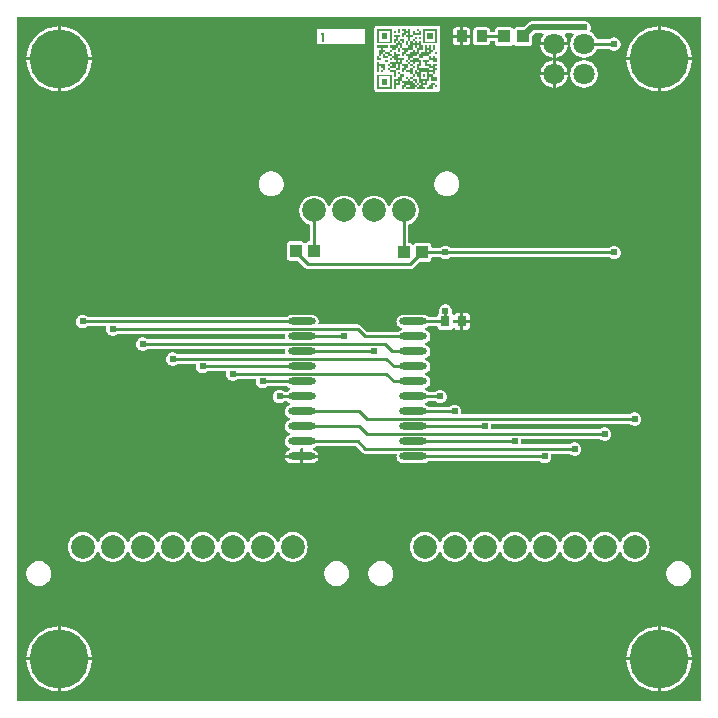
<source format=gtl>
G04 Layer: TopLayer*
G04 Panelize: , Column: 2, Row: 2, Board Size: 58.42mm x 58.42mm, Panelized Board Size: 118.84mm x 118.84mm*
G04 EasyEDA v6.5.34, 2023-08-21 18:11:39*
G04 cee4ee92fcc340cbb195a6d854c32cc1,5a6b42c53f6a479593ecc07194224c93,10*
G04 Gerber Generator version 0.2*
G04 Scale: 100 percent, Rotated: No, Reflected: No *
G04 Dimensions in millimeters *
G04 leading zeros omitted , absolute positions ,4 integer and 5 decimal *
%FSLAX45Y45*%
%MOMM*%

%ADD10C,0.1524*%
%ADD11C,0.2540*%
%ADD12C,0.5000*%
%ADD13O,2.3599902X0.5949949999999999*%
%ADD14R,0.8999X1.0000*%
%ADD15R,1.0000X1.1000*%
%ADD16R,0.8000X0.9000*%
%ADD17C,5.0000*%
%ADD18C,1.8000*%
%ADD19C,2.0000*%
%ADD20C,0.6096*%
%ADD21C,0.0191*%

%LPD*%
G36*
X5805932Y25908D02*
G01*
X36068Y26416D01*
X32156Y27178D01*
X28905Y29413D01*
X26670Y32664D01*
X25908Y36576D01*
X25908Y5805932D01*
X26670Y5809843D01*
X28905Y5813094D01*
X32156Y5815330D01*
X36068Y5816092D01*
X2555240Y5816092D01*
X2559151Y5815330D01*
X2562402Y5813094D01*
X2564638Y5809843D01*
X2565400Y5805932D01*
X2566162Y5809843D01*
X2568397Y5813094D01*
X2571648Y5815330D01*
X2575560Y5816092D01*
X3050540Y5816092D01*
X3054451Y5815330D01*
X3057702Y5813094D01*
X3059938Y5809843D01*
X3060700Y5805932D01*
X3061462Y5809843D01*
X3063697Y5813094D01*
X3066948Y5815330D01*
X3070860Y5816092D01*
X5805932Y5816092D01*
X5809843Y5815330D01*
X5813094Y5813094D01*
X5815330Y5809843D01*
X5816092Y5805932D01*
X5816092Y36068D01*
X5815330Y32207D01*
X5813094Y28905D01*
X5809843Y26670D01*
G37*

%LPC*%
G36*
X3717594Y5664200D02*
G01*
X3775811Y5664200D01*
X3775811Y5727395D01*
X3744061Y5727395D01*
X3737762Y5726684D01*
X3732276Y5724804D01*
X3727399Y5721705D01*
X3723284Y5717590D01*
X3720185Y5712714D01*
X3718306Y5707227D01*
X3717594Y5700928D01*
G37*
G36*
X5448300Y105613D02*
G01*
X5448300Y368300D01*
X5185410Y368300D01*
X5187289Y346405D01*
X5191150Y323646D01*
X5196890Y301244D01*
X5204460Y279450D01*
X5213858Y258317D01*
X5224983Y238099D01*
X5237784Y218846D01*
X5252161Y200710D01*
X5267960Y183896D01*
X5285130Y168402D01*
X5303520Y154432D01*
X5323027Y142087D01*
X5343499Y131368D01*
X5364835Y122428D01*
X5386781Y115265D01*
X5409285Y109982D01*
X5432145Y106629D01*
G37*
G36*
X368300Y105613D02*
G01*
X368300Y368300D01*
X105410Y368300D01*
X107289Y346405D01*
X111150Y323646D01*
X116890Y301244D01*
X124460Y279450D01*
X133858Y258317D01*
X144983Y238099D01*
X157784Y218846D01*
X172161Y200710D01*
X187960Y183896D01*
X205130Y168402D01*
X223520Y154432D01*
X243027Y142087D01*
X263499Y131368D01*
X284835Y122428D01*
X306781Y115265D01*
X329285Y109982D01*
X352145Y106629D01*
G37*
G36*
X393700Y393700D02*
G01*
X656336Y393700D01*
X655929Y404063D01*
X653034Y427024D01*
X648208Y449630D01*
X641553Y471728D01*
X633018Y493217D01*
X622757Y513892D01*
X610819Y533704D01*
X597204Y552348D01*
X582117Y569874D01*
X565607Y586028D01*
X547827Y600760D01*
X528828Y613968D01*
X508812Y625500D01*
X487934Y635355D01*
X466242Y643382D01*
X443992Y649630D01*
X421284Y653948D01*
X398322Y656336D01*
X393700Y656437D01*
G37*
G36*
X5473700Y393700D02*
G01*
X5736336Y393700D01*
X5735929Y404063D01*
X5733034Y427024D01*
X5728208Y449630D01*
X5721553Y471728D01*
X5713018Y493217D01*
X5702757Y513892D01*
X5690819Y533704D01*
X5677204Y552348D01*
X5662117Y569874D01*
X5645607Y586028D01*
X5627827Y600760D01*
X5608828Y613968D01*
X5588812Y625500D01*
X5567934Y635355D01*
X5546242Y643382D01*
X5523992Y649630D01*
X5501284Y653948D01*
X5478322Y656336D01*
X5473700Y656437D01*
G37*
G36*
X5185410Y393700D02*
G01*
X5448300Y393700D01*
X5448300Y656386D01*
X5432145Y655370D01*
X5409285Y652018D01*
X5386781Y646734D01*
X5364835Y639572D01*
X5343499Y630631D01*
X5323027Y619912D01*
X5303520Y607568D01*
X5285130Y593598D01*
X5267960Y578104D01*
X5252161Y561289D01*
X5237784Y543153D01*
X5224983Y523900D01*
X5213858Y503682D01*
X5204460Y482549D01*
X5196890Y460756D01*
X5191150Y438353D01*
X5187289Y415594D01*
G37*
G36*
X105410Y393700D02*
G01*
X368300Y393700D01*
X368300Y656386D01*
X352145Y655370D01*
X329285Y652018D01*
X306781Y646734D01*
X284835Y639572D01*
X263499Y630631D01*
X243027Y619912D01*
X223520Y607568D01*
X205130Y593598D01*
X187960Y578104D01*
X172161Y561289D01*
X157784Y543153D01*
X144983Y523900D01*
X133858Y503682D01*
X124460Y482549D01*
X116890Y460756D01*
X111150Y438353D01*
X107289Y415594D01*
G37*
G36*
X209804Y999032D02*
G01*
X223621Y999896D01*
X237185Y1002639D01*
X250342Y1007059D01*
X262737Y1013206D01*
X274269Y1020876D01*
X284683Y1030020D01*
X293827Y1040434D01*
X301498Y1051966D01*
X307644Y1064361D01*
X312064Y1077518D01*
X314807Y1091082D01*
X315671Y1104900D01*
X314807Y1118717D01*
X312064Y1132281D01*
X307644Y1145438D01*
X301498Y1157833D01*
X293827Y1169365D01*
X284683Y1179779D01*
X274269Y1188923D01*
X262737Y1196594D01*
X250342Y1202740D01*
X237185Y1207160D01*
X223621Y1209903D01*
X209804Y1210767D01*
X195986Y1209903D01*
X182422Y1207160D01*
X169265Y1202740D01*
X156870Y1196594D01*
X145338Y1188923D01*
X134924Y1179779D01*
X125780Y1169365D01*
X118110Y1157833D01*
X111963Y1145438D01*
X107543Y1132281D01*
X104800Y1118717D01*
X103936Y1104900D01*
X104800Y1091082D01*
X107543Y1077518D01*
X111963Y1064361D01*
X118110Y1051966D01*
X125780Y1040434D01*
X134924Y1030020D01*
X145338Y1020876D01*
X156870Y1013206D01*
X169265Y1007059D01*
X182422Y1002639D01*
X195986Y999896D01*
G37*
G36*
X3105404Y999032D02*
G01*
X3119221Y999896D01*
X3132785Y1002639D01*
X3145942Y1007059D01*
X3158337Y1013206D01*
X3169869Y1020876D01*
X3180283Y1030020D01*
X3189427Y1040434D01*
X3197098Y1051966D01*
X3203244Y1064361D01*
X3207664Y1077518D01*
X3210407Y1091082D01*
X3211271Y1104900D01*
X3210407Y1118717D01*
X3207664Y1132281D01*
X3203244Y1145438D01*
X3197098Y1157833D01*
X3189427Y1169365D01*
X3180283Y1179779D01*
X3169869Y1188923D01*
X3158337Y1196594D01*
X3145942Y1202740D01*
X3132785Y1207160D01*
X3119221Y1209903D01*
X3105404Y1210767D01*
X3091586Y1209903D01*
X3078022Y1207160D01*
X3064865Y1202740D01*
X3052470Y1196594D01*
X3040938Y1188923D01*
X3030524Y1179779D01*
X3021380Y1169365D01*
X3013710Y1157833D01*
X3007563Y1145438D01*
X3003143Y1132281D01*
X3000400Y1118717D01*
X2999536Y1104900D01*
X3000400Y1091082D01*
X3003143Y1077518D01*
X3007563Y1064361D01*
X3013710Y1051966D01*
X3021380Y1040434D01*
X3030524Y1030020D01*
X3040938Y1020876D01*
X3052470Y1013206D01*
X3064865Y1007059D01*
X3078022Y1002639D01*
X3091586Y999896D01*
G37*
G36*
X2731008Y999032D02*
G01*
X2744825Y999896D01*
X2758389Y1002639D01*
X2771546Y1007059D01*
X2783941Y1013206D01*
X2795473Y1020876D01*
X2805887Y1030020D01*
X2815031Y1040434D01*
X2822702Y1051966D01*
X2828848Y1064361D01*
X2833268Y1077518D01*
X2836011Y1091082D01*
X2836875Y1104900D01*
X2836011Y1118717D01*
X2833268Y1132281D01*
X2828848Y1145438D01*
X2822702Y1157833D01*
X2815031Y1169365D01*
X2805887Y1179779D01*
X2795473Y1188923D01*
X2783941Y1196594D01*
X2771546Y1202740D01*
X2758389Y1207160D01*
X2744825Y1209903D01*
X2731008Y1210767D01*
X2717190Y1209903D01*
X2703626Y1207160D01*
X2690469Y1202740D01*
X2678074Y1196594D01*
X2666542Y1188923D01*
X2656128Y1179779D01*
X2646984Y1169365D01*
X2639314Y1157833D01*
X2633167Y1145438D01*
X2628747Y1132281D01*
X2626004Y1118717D01*
X2625140Y1104900D01*
X2626004Y1091082D01*
X2628747Y1077518D01*
X2633167Y1064361D01*
X2639314Y1051966D01*
X2646984Y1040434D01*
X2656128Y1030020D01*
X2666542Y1020876D01*
X2678074Y1013206D01*
X2690469Y1007059D01*
X2703626Y1002639D01*
X2717190Y999896D01*
G37*
G36*
X5626608Y999032D02*
G01*
X5640425Y999896D01*
X5653989Y1002639D01*
X5667095Y1007059D01*
X5679541Y1013206D01*
X5691022Y1020876D01*
X5701436Y1030020D01*
X5710580Y1040434D01*
X5718302Y1051966D01*
X5724398Y1064361D01*
X5728868Y1077518D01*
X5731560Y1091082D01*
X5732475Y1104900D01*
X5731560Y1118717D01*
X5728868Y1132281D01*
X5724398Y1145438D01*
X5718302Y1157833D01*
X5710580Y1169365D01*
X5701436Y1179779D01*
X5691022Y1188923D01*
X5679541Y1196594D01*
X5667095Y1202740D01*
X5653989Y1207160D01*
X5640425Y1209903D01*
X5626608Y1210767D01*
X5612739Y1209903D01*
X5599176Y1207160D01*
X5586069Y1202740D01*
X5573623Y1196594D01*
X5562142Y1188923D01*
X5551728Y1179779D01*
X5542584Y1169365D01*
X5534863Y1157833D01*
X5528767Y1145438D01*
X5524296Y1132281D01*
X5521604Y1118717D01*
X5520690Y1104900D01*
X5521604Y1091082D01*
X5524296Y1077518D01*
X5528767Y1064361D01*
X5534863Y1051966D01*
X5542584Y1040434D01*
X5551728Y1030020D01*
X5562142Y1020876D01*
X5573623Y1013206D01*
X5586069Y1007059D01*
X5599176Y1002639D01*
X5612739Y999896D01*
G37*
G36*
X3477006Y1204010D02*
G01*
X3492195Y1204925D01*
X3507130Y1207668D01*
X3521659Y1212189D01*
X3535527Y1218438D01*
X3548532Y1226312D01*
X3560470Y1235659D01*
X3571240Y1246428D01*
X3580587Y1258366D01*
X3588461Y1271371D01*
X3594760Y1285290D01*
X3596944Y1288491D01*
X3600196Y1290574D01*
X3604006Y1291285D01*
X3607815Y1290574D01*
X3611067Y1288491D01*
X3613251Y1285290D01*
X3619550Y1271371D01*
X3627424Y1258366D01*
X3636772Y1246428D01*
X3647541Y1235659D01*
X3659479Y1226312D01*
X3672484Y1218438D01*
X3686352Y1212189D01*
X3700881Y1207668D01*
X3715816Y1204925D01*
X3731006Y1204010D01*
X3746195Y1204925D01*
X3761130Y1207668D01*
X3775659Y1212189D01*
X3789527Y1218438D01*
X3802532Y1226312D01*
X3814470Y1235659D01*
X3825240Y1246428D01*
X3834587Y1258366D01*
X3842461Y1271371D01*
X3848760Y1285290D01*
X3850944Y1288491D01*
X3854196Y1290574D01*
X3858006Y1291285D01*
X3861815Y1290574D01*
X3865067Y1288491D01*
X3867251Y1285290D01*
X3873550Y1271371D01*
X3881424Y1258366D01*
X3890772Y1246428D01*
X3901541Y1235659D01*
X3913479Y1226312D01*
X3926484Y1218438D01*
X3940352Y1212189D01*
X3954881Y1207668D01*
X3969816Y1204925D01*
X3985006Y1204010D01*
X4000195Y1204925D01*
X4015130Y1207668D01*
X4029659Y1212189D01*
X4043527Y1218438D01*
X4056532Y1226312D01*
X4068470Y1235659D01*
X4079240Y1246428D01*
X4088587Y1258366D01*
X4096461Y1271371D01*
X4102760Y1285290D01*
X4104944Y1288491D01*
X4108196Y1290574D01*
X4112006Y1291285D01*
X4115815Y1290574D01*
X4119067Y1288491D01*
X4121251Y1285290D01*
X4127550Y1271371D01*
X4135424Y1258366D01*
X4144772Y1246428D01*
X4155541Y1235659D01*
X4167479Y1226312D01*
X4180484Y1218438D01*
X4194352Y1212189D01*
X4208881Y1207668D01*
X4223816Y1204925D01*
X4239006Y1204010D01*
X4254195Y1204925D01*
X4269130Y1207668D01*
X4283659Y1212189D01*
X4297527Y1218438D01*
X4310532Y1226312D01*
X4322470Y1235659D01*
X4333240Y1246428D01*
X4342587Y1258366D01*
X4350461Y1271371D01*
X4356760Y1285290D01*
X4358944Y1288491D01*
X4362196Y1290574D01*
X4366006Y1291285D01*
X4369816Y1290574D01*
X4373067Y1288491D01*
X4375251Y1285290D01*
X4381550Y1271371D01*
X4389424Y1258366D01*
X4398772Y1246428D01*
X4409541Y1235659D01*
X4421479Y1226312D01*
X4434484Y1218438D01*
X4448352Y1212189D01*
X4462881Y1207668D01*
X4477816Y1204925D01*
X4493006Y1204010D01*
X4508195Y1204925D01*
X4523130Y1207668D01*
X4537659Y1212189D01*
X4551527Y1218438D01*
X4564532Y1226312D01*
X4576470Y1235659D01*
X4587240Y1246428D01*
X4596587Y1258366D01*
X4604461Y1271371D01*
X4610760Y1285290D01*
X4612944Y1288491D01*
X4616196Y1290574D01*
X4620006Y1291285D01*
X4623816Y1290574D01*
X4627067Y1288491D01*
X4629251Y1285290D01*
X4635550Y1271371D01*
X4643424Y1258366D01*
X4652772Y1246428D01*
X4663541Y1235659D01*
X4675479Y1226312D01*
X4688484Y1218438D01*
X4702352Y1212189D01*
X4716881Y1207668D01*
X4731816Y1204925D01*
X4747006Y1204010D01*
X4762195Y1204925D01*
X4777130Y1207668D01*
X4791659Y1212189D01*
X4805527Y1218438D01*
X4818532Y1226312D01*
X4830470Y1235659D01*
X4841240Y1246428D01*
X4850587Y1258366D01*
X4858461Y1271371D01*
X4864760Y1285290D01*
X4866944Y1288491D01*
X4870196Y1290574D01*
X4874006Y1291285D01*
X4877816Y1290574D01*
X4881067Y1288491D01*
X4883251Y1285290D01*
X4889550Y1271371D01*
X4897424Y1258366D01*
X4906772Y1246428D01*
X4917541Y1235659D01*
X4929479Y1226312D01*
X4942484Y1218438D01*
X4956352Y1212189D01*
X4970881Y1207668D01*
X4985816Y1204925D01*
X5001006Y1204010D01*
X5016195Y1204925D01*
X5031130Y1207668D01*
X5045659Y1212189D01*
X5059527Y1218438D01*
X5072532Y1226312D01*
X5084470Y1235659D01*
X5095240Y1246428D01*
X5104587Y1258366D01*
X5112461Y1271371D01*
X5118760Y1285290D01*
X5120944Y1288491D01*
X5124196Y1290574D01*
X5128006Y1291285D01*
X5131816Y1290574D01*
X5135067Y1288491D01*
X5137251Y1285290D01*
X5143550Y1271371D01*
X5151424Y1258366D01*
X5160772Y1246428D01*
X5171541Y1235659D01*
X5183479Y1226312D01*
X5196484Y1218438D01*
X5210352Y1212189D01*
X5224881Y1207668D01*
X5239816Y1204925D01*
X5255006Y1204010D01*
X5270195Y1204925D01*
X5285130Y1207668D01*
X5299659Y1212189D01*
X5313527Y1218438D01*
X5326532Y1226312D01*
X5338470Y1235659D01*
X5349240Y1246428D01*
X5358587Y1258366D01*
X5366461Y1271371D01*
X5372709Y1285240D01*
X5377230Y1299768D01*
X5379974Y1314704D01*
X5380888Y1329893D01*
X5379974Y1345082D01*
X5377230Y1360017D01*
X5372709Y1374546D01*
X5366461Y1388414D01*
X5358587Y1401419D01*
X5349240Y1413357D01*
X5338470Y1424127D01*
X5326532Y1433474D01*
X5313527Y1441348D01*
X5299659Y1447596D01*
X5285130Y1452118D01*
X5270195Y1454861D01*
X5255006Y1455775D01*
X5239816Y1454861D01*
X5224881Y1452118D01*
X5210352Y1447596D01*
X5196484Y1441348D01*
X5183479Y1433474D01*
X5171541Y1424127D01*
X5160772Y1413357D01*
X5151424Y1401419D01*
X5143550Y1388414D01*
X5137251Y1374495D01*
X5135067Y1371295D01*
X5131816Y1369212D01*
X5128006Y1368501D01*
X5124196Y1369212D01*
X5120944Y1371295D01*
X5118760Y1374495D01*
X5112461Y1388414D01*
X5104587Y1401419D01*
X5095240Y1413357D01*
X5084470Y1424127D01*
X5072532Y1433474D01*
X5059527Y1441348D01*
X5045659Y1447596D01*
X5031130Y1452118D01*
X5016195Y1454861D01*
X5001006Y1455775D01*
X4985816Y1454861D01*
X4970881Y1452118D01*
X4956352Y1447596D01*
X4942484Y1441348D01*
X4929479Y1433474D01*
X4917541Y1424127D01*
X4906772Y1413357D01*
X4897424Y1401419D01*
X4889550Y1388414D01*
X4883251Y1374495D01*
X4881067Y1371295D01*
X4877816Y1369212D01*
X4874006Y1368501D01*
X4870196Y1369212D01*
X4866944Y1371295D01*
X4864760Y1374495D01*
X4858461Y1388414D01*
X4850587Y1401419D01*
X4841240Y1413357D01*
X4830470Y1424127D01*
X4818532Y1433474D01*
X4805527Y1441348D01*
X4791659Y1447596D01*
X4777130Y1452118D01*
X4762195Y1454861D01*
X4747006Y1455775D01*
X4731816Y1454861D01*
X4716881Y1452118D01*
X4702352Y1447596D01*
X4688484Y1441348D01*
X4675479Y1433474D01*
X4663541Y1424127D01*
X4652772Y1413357D01*
X4643424Y1401419D01*
X4635550Y1388414D01*
X4629251Y1374495D01*
X4627067Y1371295D01*
X4623816Y1369212D01*
X4620006Y1368501D01*
X4616196Y1369212D01*
X4612944Y1371295D01*
X4610760Y1374495D01*
X4604461Y1388414D01*
X4596587Y1401419D01*
X4587240Y1413357D01*
X4576470Y1424127D01*
X4564532Y1433474D01*
X4551527Y1441348D01*
X4537659Y1447596D01*
X4523130Y1452118D01*
X4508195Y1454861D01*
X4493006Y1455775D01*
X4477816Y1454861D01*
X4462881Y1452118D01*
X4448352Y1447596D01*
X4434484Y1441348D01*
X4421479Y1433474D01*
X4409541Y1424127D01*
X4398772Y1413357D01*
X4389424Y1401419D01*
X4381550Y1388414D01*
X4375251Y1374495D01*
X4373067Y1371295D01*
X4369816Y1369212D01*
X4366006Y1368501D01*
X4362196Y1369212D01*
X4358944Y1371295D01*
X4356760Y1374495D01*
X4350461Y1388414D01*
X4342587Y1401419D01*
X4333240Y1413357D01*
X4322470Y1424127D01*
X4310532Y1433474D01*
X4297527Y1441348D01*
X4283659Y1447596D01*
X4269130Y1452118D01*
X4254195Y1454861D01*
X4239006Y1455775D01*
X4223816Y1454861D01*
X4208881Y1452118D01*
X4194352Y1447596D01*
X4180484Y1441348D01*
X4167479Y1433474D01*
X4155541Y1424127D01*
X4144772Y1413357D01*
X4135424Y1401419D01*
X4127550Y1388414D01*
X4121251Y1374495D01*
X4119067Y1371295D01*
X4115815Y1369212D01*
X4112006Y1368501D01*
X4108196Y1369212D01*
X4104944Y1371295D01*
X4102760Y1374495D01*
X4096461Y1388414D01*
X4088587Y1401419D01*
X4079240Y1413357D01*
X4068470Y1424127D01*
X4056532Y1433474D01*
X4043527Y1441348D01*
X4029659Y1447596D01*
X4015130Y1452118D01*
X4000195Y1454861D01*
X3985006Y1455775D01*
X3969816Y1454861D01*
X3954881Y1452118D01*
X3940352Y1447596D01*
X3926484Y1441348D01*
X3913479Y1433474D01*
X3901541Y1424127D01*
X3890772Y1413357D01*
X3881424Y1401419D01*
X3873550Y1388414D01*
X3867251Y1374495D01*
X3865067Y1371295D01*
X3861815Y1369212D01*
X3858006Y1368501D01*
X3854196Y1369212D01*
X3850944Y1371295D01*
X3848760Y1374495D01*
X3842461Y1388414D01*
X3834587Y1401419D01*
X3825240Y1413357D01*
X3814470Y1424127D01*
X3802532Y1433474D01*
X3789527Y1441348D01*
X3775659Y1447596D01*
X3761130Y1452118D01*
X3746195Y1454861D01*
X3731006Y1455775D01*
X3715816Y1454861D01*
X3700881Y1452118D01*
X3686352Y1447596D01*
X3672484Y1441348D01*
X3659479Y1433474D01*
X3647541Y1424127D01*
X3636772Y1413357D01*
X3627424Y1401419D01*
X3619550Y1388414D01*
X3613251Y1374495D01*
X3611067Y1371295D01*
X3607815Y1369212D01*
X3604006Y1368501D01*
X3600196Y1369212D01*
X3596944Y1371295D01*
X3594760Y1374495D01*
X3588461Y1388414D01*
X3580587Y1401419D01*
X3571240Y1413357D01*
X3560470Y1424127D01*
X3548532Y1433474D01*
X3535527Y1441348D01*
X3521659Y1447596D01*
X3507130Y1452118D01*
X3492195Y1454861D01*
X3477006Y1455775D01*
X3461816Y1454861D01*
X3446881Y1452118D01*
X3432352Y1447596D01*
X3418484Y1441348D01*
X3405479Y1433474D01*
X3393541Y1424127D01*
X3382772Y1413357D01*
X3373424Y1401419D01*
X3365550Y1388414D01*
X3359302Y1374546D01*
X3354781Y1360017D01*
X3352037Y1345082D01*
X3351123Y1329893D01*
X3352037Y1314704D01*
X3354781Y1299768D01*
X3359302Y1285240D01*
X3365550Y1271371D01*
X3373424Y1258366D01*
X3382772Y1246428D01*
X3393541Y1235659D01*
X3405479Y1226312D01*
X3418484Y1218438D01*
X3432352Y1212189D01*
X3446881Y1207668D01*
X3461816Y1204925D01*
G37*
G36*
X581406Y1204010D02*
G01*
X596595Y1204925D01*
X611530Y1207668D01*
X626059Y1212189D01*
X639927Y1218438D01*
X652932Y1226312D01*
X664870Y1235659D01*
X675640Y1246428D01*
X684987Y1258366D01*
X692861Y1271371D01*
X699160Y1285290D01*
X701344Y1288491D01*
X704596Y1290574D01*
X708406Y1291285D01*
X712216Y1290574D01*
X715467Y1288491D01*
X717651Y1285290D01*
X723950Y1271371D01*
X731824Y1258366D01*
X741172Y1246428D01*
X751941Y1235659D01*
X763879Y1226312D01*
X776884Y1218438D01*
X790752Y1212189D01*
X805281Y1207668D01*
X820216Y1204925D01*
X835406Y1204010D01*
X850595Y1204925D01*
X865530Y1207668D01*
X880059Y1212189D01*
X893927Y1218438D01*
X906932Y1226312D01*
X918870Y1235659D01*
X929640Y1246428D01*
X938987Y1258366D01*
X946861Y1271371D01*
X953160Y1285290D01*
X955344Y1288491D01*
X958596Y1290574D01*
X962406Y1291285D01*
X966216Y1290574D01*
X969467Y1288491D01*
X971651Y1285290D01*
X977950Y1271371D01*
X985824Y1258366D01*
X995171Y1246428D01*
X1005941Y1235659D01*
X1017879Y1226312D01*
X1030884Y1218438D01*
X1044752Y1212189D01*
X1059281Y1207668D01*
X1074216Y1204925D01*
X1089406Y1204010D01*
X1104595Y1204925D01*
X1119530Y1207668D01*
X1134059Y1212189D01*
X1147927Y1218438D01*
X1160932Y1226312D01*
X1172870Y1235659D01*
X1183640Y1246428D01*
X1192987Y1258366D01*
X1200861Y1271371D01*
X1207160Y1285290D01*
X1209344Y1288491D01*
X1212596Y1290574D01*
X1216406Y1291285D01*
X1220216Y1290574D01*
X1223467Y1288491D01*
X1225651Y1285290D01*
X1231950Y1271371D01*
X1239824Y1258366D01*
X1249172Y1246428D01*
X1259941Y1235659D01*
X1271879Y1226312D01*
X1284884Y1218438D01*
X1298752Y1212189D01*
X1313281Y1207668D01*
X1328216Y1204925D01*
X1343406Y1204010D01*
X1358595Y1204925D01*
X1373530Y1207668D01*
X1388059Y1212189D01*
X1401927Y1218438D01*
X1414932Y1226312D01*
X1426870Y1235659D01*
X1437640Y1246428D01*
X1446987Y1258366D01*
X1454861Y1271371D01*
X1461160Y1285290D01*
X1463344Y1288491D01*
X1466596Y1290574D01*
X1470406Y1291285D01*
X1474216Y1290574D01*
X1477467Y1288491D01*
X1479651Y1285290D01*
X1485950Y1271371D01*
X1493824Y1258366D01*
X1503172Y1246428D01*
X1513941Y1235659D01*
X1525879Y1226312D01*
X1538884Y1218438D01*
X1552752Y1212189D01*
X1567281Y1207668D01*
X1582216Y1204925D01*
X1597406Y1204010D01*
X1612595Y1204925D01*
X1627530Y1207668D01*
X1642059Y1212189D01*
X1655927Y1218438D01*
X1668932Y1226312D01*
X1680870Y1235659D01*
X1691639Y1246428D01*
X1700987Y1258366D01*
X1708861Y1271371D01*
X1715160Y1285290D01*
X1717344Y1288491D01*
X1720596Y1290574D01*
X1724406Y1291285D01*
X1728216Y1290574D01*
X1731467Y1288491D01*
X1733651Y1285290D01*
X1739950Y1271371D01*
X1747824Y1258366D01*
X1757172Y1246428D01*
X1767941Y1235659D01*
X1779879Y1226312D01*
X1792884Y1218438D01*
X1806752Y1212189D01*
X1821281Y1207668D01*
X1836216Y1204925D01*
X1851406Y1204010D01*
X1866595Y1204925D01*
X1881530Y1207668D01*
X1896059Y1212189D01*
X1909927Y1218438D01*
X1922932Y1226312D01*
X1934870Y1235659D01*
X1945639Y1246428D01*
X1954987Y1258366D01*
X1962861Y1271371D01*
X1969160Y1285290D01*
X1971344Y1288491D01*
X1974596Y1290574D01*
X1978406Y1291285D01*
X1982216Y1290574D01*
X1985467Y1288491D01*
X1987651Y1285290D01*
X1993950Y1271371D01*
X2001824Y1258366D01*
X2011172Y1246428D01*
X2021941Y1235659D01*
X2033879Y1226312D01*
X2046884Y1218438D01*
X2060752Y1212189D01*
X2075281Y1207668D01*
X2090216Y1204925D01*
X2105406Y1204010D01*
X2120595Y1204925D01*
X2135530Y1207668D01*
X2150059Y1212189D01*
X2163927Y1218438D01*
X2176932Y1226312D01*
X2188870Y1235659D01*
X2199640Y1246428D01*
X2208987Y1258366D01*
X2216861Y1271371D01*
X2223160Y1285290D01*
X2225344Y1288491D01*
X2228596Y1290574D01*
X2232406Y1291285D01*
X2236216Y1290574D01*
X2239467Y1288491D01*
X2241651Y1285290D01*
X2247950Y1271371D01*
X2255824Y1258366D01*
X2265172Y1246428D01*
X2275941Y1235659D01*
X2287879Y1226312D01*
X2300884Y1218438D01*
X2314752Y1212189D01*
X2329281Y1207668D01*
X2344216Y1204925D01*
X2359406Y1204010D01*
X2374595Y1204925D01*
X2389530Y1207668D01*
X2404059Y1212189D01*
X2417927Y1218438D01*
X2430932Y1226312D01*
X2442870Y1235659D01*
X2453640Y1246428D01*
X2462987Y1258366D01*
X2470861Y1271371D01*
X2477109Y1285240D01*
X2481630Y1299768D01*
X2484374Y1314704D01*
X2485288Y1329893D01*
X2484374Y1345082D01*
X2481630Y1360017D01*
X2477109Y1374546D01*
X2470861Y1388414D01*
X2462987Y1401419D01*
X2453640Y1413357D01*
X2442870Y1424127D01*
X2430932Y1433474D01*
X2417927Y1441348D01*
X2404059Y1447596D01*
X2389530Y1452118D01*
X2374595Y1454861D01*
X2359406Y1455775D01*
X2344216Y1454861D01*
X2329281Y1452118D01*
X2314752Y1447596D01*
X2300884Y1441348D01*
X2287879Y1433474D01*
X2275941Y1424127D01*
X2265172Y1413357D01*
X2255824Y1401419D01*
X2247950Y1388414D01*
X2241651Y1374495D01*
X2239467Y1371295D01*
X2236216Y1369212D01*
X2232406Y1368501D01*
X2228596Y1369212D01*
X2225344Y1371295D01*
X2223160Y1374495D01*
X2216861Y1388414D01*
X2208987Y1401419D01*
X2199640Y1413357D01*
X2188870Y1424127D01*
X2176932Y1433474D01*
X2163927Y1441348D01*
X2150059Y1447596D01*
X2135530Y1452118D01*
X2120595Y1454861D01*
X2105406Y1455775D01*
X2090216Y1454861D01*
X2075281Y1452118D01*
X2060752Y1447596D01*
X2046884Y1441348D01*
X2033879Y1433474D01*
X2021941Y1424127D01*
X2011172Y1413357D01*
X2001824Y1401419D01*
X1993950Y1388414D01*
X1987651Y1374495D01*
X1985467Y1371295D01*
X1982216Y1369212D01*
X1978406Y1368501D01*
X1974596Y1369212D01*
X1971344Y1371295D01*
X1969160Y1374495D01*
X1962861Y1388414D01*
X1954987Y1401419D01*
X1945639Y1413357D01*
X1934870Y1424127D01*
X1922932Y1433474D01*
X1909927Y1441348D01*
X1896059Y1447596D01*
X1881530Y1452118D01*
X1866595Y1454861D01*
X1851406Y1455775D01*
X1836216Y1454861D01*
X1821281Y1452118D01*
X1806752Y1447596D01*
X1792884Y1441348D01*
X1779879Y1433474D01*
X1767941Y1424127D01*
X1757172Y1413357D01*
X1747824Y1401419D01*
X1739950Y1388414D01*
X1733651Y1374495D01*
X1731467Y1371295D01*
X1728216Y1369212D01*
X1724406Y1368501D01*
X1720596Y1369212D01*
X1717344Y1371295D01*
X1715160Y1374495D01*
X1708861Y1388414D01*
X1700987Y1401419D01*
X1691639Y1413357D01*
X1680870Y1424127D01*
X1668932Y1433474D01*
X1655927Y1441348D01*
X1642059Y1447596D01*
X1627530Y1452118D01*
X1612595Y1454861D01*
X1597406Y1455775D01*
X1582216Y1454861D01*
X1567281Y1452118D01*
X1552752Y1447596D01*
X1538884Y1441348D01*
X1525879Y1433474D01*
X1513941Y1424127D01*
X1503172Y1413357D01*
X1493824Y1401419D01*
X1485950Y1388414D01*
X1479651Y1374495D01*
X1477467Y1371295D01*
X1474216Y1369212D01*
X1470406Y1368501D01*
X1466596Y1369212D01*
X1463344Y1371295D01*
X1461160Y1374495D01*
X1454861Y1388414D01*
X1446987Y1401419D01*
X1437640Y1413357D01*
X1426870Y1424127D01*
X1414932Y1433474D01*
X1401927Y1441348D01*
X1388059Y1447596D01*
X1373530Y1452118D01*
X1358595Y1454861D01*
X1343406Y1455775D01*
X1328216Y1454861D01*
X1313281Y1452118D01*
X1298752Y1447596D01*
X1284884Y1441348D01*
X1271879Y1433474D01*
X1259941Y1424127D01*
X1249172Y1413357D01*
X1239824Y1401419D01*
X1231950Y1388414D01*
X1225651Y1374495D01*
X1223467Y1371295D01*
X1220216Y1369212D01*
X1216406Y1368501D01*
X1212596Y1369212D01*
X1209344Y1371295D01*
X1207160Y1374495D01*
X1200861Y1388414D01*
X1192987Y1401419D01*
X1183640Y1413357D01*
X1172870Y1424127D01*
X1160932Y1433474D01*
X1147927Y1441348D01*
X1134059Y1447596D01*
X1119530Y1452118D01*
X1104595Y1454861D01*
X1089406Y1455775D01*
X1074216Y1454861D01*
X1059281Y1452118D01*
X1044752Y1447596D01*
X1030884Y1441348D01*
X1017879Y1433474D01*
X1005941Y1424127D01*
X995171Y1413357D01*
X985824Y1401419D01*
X977950Y1388414D01*
X971651Y1374495D01*
X969467Y1371295D01*
X966216Y1369212D01*
X962406Y1368501D01*
X958596Y1369212D01*
X955344Y1371295D01*
X953160Y1374495D01*
X946861Y1388414D01*
X938987Y1401419D01*
X929640Y1413357D01*
X918870Y1424127D01*
X906932Y1433474D01*
X893927Y1441348D01*
X880059Y1447596D01*
X865530Y1452118D01*
X850595Y1454861D01*
X835406Y1455775D01*
X820216Y1454861D01*
X805281Y1452118D01*
X790752Y1447596D01*
X776884Y1441348D01*
X763879Y1433474D01*
X751941Y1424127D01*
X741172Y1413357D01*
X731824Y1401419D01*
X723950Y1388414D01*
X717651Y1374495D01*
X715467Y1371295D01*
X712216Y1369212D01*
X708406Y1368501D01*
X704596Y1369212D01*
X701344Y1371295D01*
X699160Y1374495D01*
X692861Y1388414D01*
X684987Y1401419D01*
X675640Y1413357D01*
X664870Y1424127D01*
X652932Y1433474D01*
X639927Y1441348D01*
X626059Y1447596D01*
X611530Y1452118D01*
X596595Y1454861D01*
X581406Y1455775D01*
X566216Y1454861D01*
X551281Y1452118D01*
X536752Y1447596D01*
X522884Y1441348D01*
X509879Y1433474D01*
X497941Y1424127D01*
X487172Y1413357D01*
X477824Y1401419D01*
X469950Y1388414D01*
X463702Y1374546D01*
X459181Y1360017D01*
X456438Y1345082D01*
X455523Y1329893D01*
X456438Y1314704D01*
X459181Y1299768D01*
X463702Y1285240D01*
X469950Y1271371D01*
X477824Y1258366D01*
X487172Y1246428D01*
X497941Y1235659D01*
X509879Y1226312D01*
X522884Y1218438D01*
X536752Y1212189D01*
X551281Y1207668D01*
X566216Y1204925D01*
G37*
G36*
X4493006Y2039162D02*
G01*
X4502810Y2040026D01*
X4512259Y2042566D01*
X4521200Y2046681D01*
X4529226Y2052320D01*
X4536186Y2059279D01*
X4541824Y2067306D01*
X4545939Y2076246D01*
X4548479Y2085695D01*
X4549343Y2095500D01*
X4548479Y2105304D01*
X4547870Y2107590D01*
X4547565Y2111298D01*
X4548632Y2114854D01*
X4550918Y2117801D01*
X4554067Y2119731D01*
X4557674Y2120392D01*
X4701997Y2120392D01*
X4705908Y2119630D01*
X4709210Y2117394D01*
X4710785Y2115820D01*
X4718812Y2110181D01*
X4727752Y2106066D01*
X4737201Y2103526D01*
X4747006Y2102662D01*
X4756810Y2103526D01*
X4766259Y2106066D01*
X4775200Y2110181D01*
X4783226Y2115820D01*
X4790186Y2122779D01*
X4795824Y2130806D01*
X4799939Y2139746D01*
X4802479Y2149195D01*
X4803343Y2159000D01*
X4802479Y2168804D01*
X4799939Y2178253D01*
X4795824Y2187194D01*
X4790186Y2195220D01*
X4783226Y2202180D01*
X4775200Y2207818D01*
X4766259Y2211933D01*
X4756810Y2214473D01*
X4747006Y2215337D01*
X4737201Y2214473D01*
X4727752Y2211933D01*
X4718812Y2207818D01*
X4710785Y2202180D01*
X4709210Y2200605D01*
X4705908Y2198370D01*
X4701997Y2197608D01*
X4303674Y2197608D01*
X4300067Y2198268D01*
X4296918Y2200198D01*
X4294632Y2203145D01*
X4293565Y2206701D01*
X4293870Y2210409D01*
X4294479Y2212695D01*
X4295343Y2222500D01*
X4294479Y2232304D01*
X4293870Y2234590D01*
X4293565Y2238298D01*
X4294632Y2241854D01*
X4296918Y2244801D01*
X4300067Y2246731D01*
X4303674Y2247392D01*
X4955997Y2247392D01*
X4959908Y2246630D01*
X4963210Y2244394D01*
X4964785Y2242820D01*
X4972812Y2237181D01*
X4981752Y2233066D01*
X4991201Y2230526D01*
X5001006Y2229662D01*
X5010810Y2230526D01*
X5020259Y2233066D01*
X5029200Y2237181D01*
X5037226Y2242820D01*
X5044186Y2249779D01*
X5049824Y2257806D01*
X5053939Y2266746D01*
X5056479Y2276195D01*
X5057343Y2286000D01*
X5056479Y2295804D01*
X5053939Y2305253D01*
X5049824Y2314194D01*
X5044186Y2322220D01*
X5037226Y2329180D01*
X5029200Y2334818D01*
X5020259Y2338933D01*
X5010810Y2341473D01*
X5001006Y2342337D01*
X4991201Y2341473D01*
X4981752Y2338933D01*
X4972812Y2334818D01*
X4964785Y2329180D01*
X4963210Y2327605D01*
X4959908Y2325370D01*
X4955997Y2324608D01*
X4049674Y2324608D01*
X4046067Y2325268D01*
X4042918Y2327198D01*
X4040632Y2330145D01*
X4039565Y2333701D01*
X4039870Y2337409D01*
X4040479Y2339695D01*
X4041343Y2349500D01*
X4040479Y2359304D01*
X4039870Y2361590D01*
X4039565Y2365298D01*
X4040632Y2368854D01*
X4042918Y2371801D01*
X4046067Y2373731D01*
X4049674Y2374392D01*
X5209997Y2374392D01*
X5213908Y2373630D01*
X5217210Y2371394D01*
X5218785Y2369820D01*
X5226812Y2364181D01*
X5235752Y2360066D01*
X5245201Y2357526D01*
X5255006Y2356662D01*
X5264810Y2357526D01*
X5274259Y2360066D01*
X5283200Y2364181D01*
X5291226Y2369820D01*
X5298186Y2376779D01*
X5303824Y2384806D01*
X5307939Y2393746D01*
X5310479Y2403195D01*
X5311343Y2413000D01*
X5310479Y2422804D01*
X5307939Y2432253D01*
X5303824Y2441194D01*
X5298186Y2449220D01*
X5291226Y2456180D01*
X5283200Y2461818D01*
X5274259Y2465933D01*
X5264810Y2468473D01*
X5255006Y2469337D01*
X5245201Y2468473D01*
X5235752Y2465933D01*
X5226812Y2461818D01*
X5218785Y2456180D01*
X5217210Y2454605D01*
X5213908Y2452370D01*
X5209997Y2451608D01*
X3795674Y2451608D01*
X3792067Y2452268D01*
X3788918Y2454198D01*
X3786632Y2457145D01*
X3785565Y2460701D01*
X3785870Y2464409D01*
X3786479Y2466695D01*
X3787343Y2476500D01*
X3786479Y2486304D01*
X3783939Y2495753D01*
X3779824Y2504694D01*
X3774186Y2512720D01*
X3767226Y2519680D01*
X3759200Y2525318D01*
X3750259Y2529433D01*
X3740810Y2531973D01*
X3731006Y2532837D01*
X3721201Y2531973D01*
X3711752Y2529433D01*
X3702812Y2525318D01*
X3694785Y2519680D01*
X3693210Y2518105D01*
X3689908Y2515870D01*
X3685997Y2515108D01*
X3513531Y2515108D01*
X3509619Y2515870D01*
X3497376Y2524658D01*
X3488588Y2528773D01*
X3483254Y2530195D01*
X3479342Y2532227D01*
X3476701Y2535682D01*
X3475736Y2540000D01*
X3476701Y2544318D01*
X3479342Y2547772D01*
X3483254Y2549804D01*
X3488588Y2551226D01*
X3497376Y2555341D01*
X3509619Y2564130D01*
X3513531Y2564892D01*
X3561791Y2564892D01*
X3565702Y2564130D01*
X3569004Y2561894D01*
X3570579Y2560320D01*
X3578606Y2554681D01*
X3587546Y2550566D01*
X3596995Y2548026D01*
X3606800Y2547162D01*
X3616604Y2548026D01*
X3626053Y2550566D01*
X3634994Y2554681D01*
X3643020Y2560320D01*
X3649979Y2567279D01*
X3655618Y2575306D01*
X3659733Y2584246D01*
X3662273Y2593695D01*
X3663137Y2603500D01*
X3662273Y2613304D01*
X3659733Y2622753D01*
X3655618Y2631694D01*
X3649979Y2639720D01*
X3643020Y2646680D01*
X3634994Y2652318D01*
X3626053Y2656433D01*
X3616604Y2658973D01*
X3606800Y2659837D01*
X3596995Y2658973D01*
X3587546Y2656433D01*
X3578606Y2652318D01*
X3570579Y2646680D01*
X3569004Y2645105D01*
X3565702Y2642870D01*
X3561791Y2642108D01*
X3513531Y2642108D01*
X3509619Y2642870D01*
X3497376Y2651658D01*
X3488588Y2655773D01*
X3483254Y2657195D01*
X3479342Y2659227D01*
X3476701Y2662682D01*
X3475736Y2667000D01*
X3476701Y2671318D01*
X3479342Y2674772D01*
X3483254Y2676804D01*
X3488588Y2678226D01*
X3497376Y2682341D01*
X3505301Y2687878D01*
X3512159Y2694736D01*
X3517696Y2702712D01*
X3521811Y2711500D01*
X3524300Y2720848D01*
X3525164Y2730500D01*
X3524300Y2740152D01*
X3521811Y2749499D01*
X3517696Y2758287D01*
X3512159Y2766263D01*
X3505301Y2773121D01*
X3497376Y2778658D01*
X3488588Y2782773D01*
X3483254Y2784195D01*
X3479342Y2786227D01*
X3476701Y2789682D01*
X3475736Y2794000D01*
X3476701Y2798318D01*
X3479342Y2801772D01*
X3483254Y2803804D01*
X3488588Y2805226D01*
X3497376Y2809341D01*
X3505301Y2814878D01*
X3512159Y2821736D01*
X3517696Y2829712D01*
X3521811Y2838500D01*
X3524300Y2847848D01*
X3525164Y2857500D01*
X3524300Y2867152D01*
X3521811Y2876499D01*
X3517696Y2885287D01*
X3512159Y2893263D01*
X3505301Y2900121D01*
X3497376Y2905658D01*
X3488588Y2909773D01*
X3483254Y2911195D01*
X3479342Y2913227D01*
X3476701Y2916682D01*
X3475736Y2921000D01*
X3476701Y2925318D01*
X3479342Y2928772D01*
X3483254Y2930804D01*
X3488588Y2932226D01*
X3497376Y2936341D01*
X3505301Y2941878D01*
X3512159Y2948736D01*
X3517696Y2956712D01*
X3521811Y2965500D01*
X3524300Y2974848D01*
X3525164Y2984500D01*
X3524300Y2994152D01*
X3521811Y3003499D01*
X3517696Y3012287D01*
X3512159Y3020263D01*
X3505301Y3027121D01*
X3497376Y3032658D01*
X3488588Y3036773D01*
X3483254Y3038195D01*
X3479342Y3040227D01*
X3476701Y3043682D01*
X3475736Y3048000D01*
X3476701Y3052318D01*
X3479342Y3055772D01*
X3483254Y3057804D01*
X3488588Y3059226D01*
X3497376Y3063341D01*
X3505301Y3068878D01*
X3512159Y3075736D01*
X3517696Y3083712D01*
X3521811Y3092500D01*
X3524300Y3101848D01*
X3525164Y3111500D01*
X3524300Y3121152D01*
X3521811Y3130499D01*
X3517696Y3139287D01*
X3512159Y3147263D01*
X3505301Y3154121D01*
X3497376Y3159658D01*
X3488588Y3163773D01*
X3483254Y3165195D01*
X3479342Y3167227D01*
X3476701Y3170682D01*
X3475736Y3175000D01*
X3476701Y3179318D01*
X3479342Y3182772D01*
X3483254Y3184804D01*
X3488588Y3186226D01*
X3497376Y3190341D01*
X3509619Y3199130D01*
X3513531Y3199892D01*
X3575456Y3199892D01*
X3579114Y3199231D01*
X3582212Y3197301D01*
X3584498Y3194405D01*
X3585565Y3190900D01*
X3585921Y3187750D01*
X3587800Y3182264D01*
X3590899Y3177387D01*
X3595014Y3173272D01*
X3599891Y3170224D01*
X3605377Y3168294D01*
X3611676Y3167583D01*
X3690518Y3167583D01*
X3696868Y3168294D01*
X3702304Y3170224D01*
X3707231Y3173272D01*
X3711295Y3177387D01*
X3712514Y3179267D01*
X3715308Y3182213D01*
X3719068Y3183839D01*
X3723132Y3183839D01*
X3726891Y3182213D01*
X3729685Y3179267D01*
X3730904Y3177387D01*
X3734968Y3173272D01*
X3739896Y3170224D01*
X3745331Y3168294D01*
X3751681Y3167583D01*
X3778402Y3167583D01*
X3778402Y3225800D01*
X3727196Y3225800D01*
X3723284Y3226562D01*
X3719982Y3228797D01*
X3717798Y3232048D01*
X3717036Y3235960D01*
X3717036Y3241040D01*
X3717798Y3244951D01*
X3719982Y3248202D01*
X3723284Y3250438D01*
X3727196Y3251200D01*
X3778402Y3251200D01*
X3778402Y3309416D01*
X3751681Y3309416D01*
X3745331Y3308705D01*
X3739896Y3306775D01*
X3734968Y3303727D01*
X3730904Y3299612D01*
X3729685Y3297732D01*
X3726891Y3294786D01*
X3723132Y3293160D01*
X3719068Y3293160D01*
X3715308Y3294786D01*
X3712514Y3297732D01*
X3711295Y3299612D01*
X3707942Y3302965D01*
X3705910Y3305860D01*
X3704996Y3309264D01*
X3705301Y3312820D01*
X3706622Y3317595D01*
X3707434Y3327400D01*
X3706622Y3337204D01*
X3704031Y3346653D01*
X3699916Y3355594D01*
X3694277Y3363620D01*
X3687318Y3370579D01*
X3679291Y3376218D01*
X3670401Y3380333D01*
X3660901Y3382873D01*
X3651097Y3383737D01*
X3641344Y3382873D01*
X3631844Y3380333D01*
X3622954Y3376218D01*
X3614877Y3370579D01*
X3607917Y3363620D01*
X3602329Y3355594D01*
X3598164Y3346653D01*
X3595624Y3337204D01*
X3594760Y3327400D01*
X3595624Y3317595D01*
X3596894Y3312820D01*
X3597198Y3309264D01*
X3596284Y3305860D01*
X3594252Y3302965D01*
X3590899Y3299612D01*
X3587800Y3294735D01*
X3585921Y3289249D01*
X3585565Y3286150D01*
X3584498Y3282594D01*
X3582212Y3279698D01*
X3579114Y3277768D01*
X3575456Y3277108D01*
X3513480Y3277108D01*
X3509619Y3277870D01*
X3497376Y3286658D01*
X3488588Y3290773D01*
X3479190Y3293262D01*
X3469081Y3294176D01*
X3293516Y3294176D01*
X3283407Y3293262D01*
X3274009Y3290773D01*
X3265220Y3286658D01*
X3257296Y3281121D01*
X3250438Y3274263D01*
X3244900Y3266287D01*
X3240786Y3257499D01*
X3238296Y3248152D01*
X3237433Y3238500D01*
X3238296Y3228848D01*
X3240786Y3219500D01*
X3244900Y3210712D01*
X3250438Y3202736D01*
X3257296Y3195878D01*
X3265220Y3190341D01*
X3274009Y3186226D01*
X3279343Y3184804D01*
X3283254Y3182772D01*
X3285896Y3179318D01*
X3286861Y3175000D01*
X3285896Y3170682D01*
X3283254Y3167227D01*
X3279343Y3165195D01*
X3274009Y3163773D01*
X3265220Y3159658D01*
X3252978Y3150870D01*
X3249066Y3150108D01*
X2992018Y3150108D01*
X2988106Y3150870D01*
X2984804Y3153105D01*
X2935935Y3201924D01*
X2929737Y3207054D01*
X2923032Y3210610D01*
X2915818Y3212795D01*
X2907792Y3213608D01*
X2587498Y3213608D01*
X2583840Y3214268D01*
X2580690Y3216198D01*
X2578455Y3219145D01*
X2577388Y3222701D01*
X2577693Y3226409D01*
X2578303Y3228848D01*
X2579166Y3238500D01*
X2578303Y3248152D01*
X2575814Y3257499D01*
X2571699Y3266287D01*
X2566162Y3274263D01*
X2559304Y3281121D01*
X2551379Y3286658D01*
X2542590Y3290773D01*
X2533192Y3293262D01*
X2523083Y3294176D01*
X2347518Y3294176D01*
X2337409Y3293262D01*
X2328011Y3290773D01*
X2319223Y3286658D01*
X2306980Y3277870D01*
X2303068Y3277108D01*
X626414Y3277108D01*
X622503Y3277870D01*
X619201Y3280105D01*
X617626Y3281679D01*
X609600Y3287318D01*
X600659Y3291433D01*
X591210Y3293973D01*
X581406Y3294837D01*
X571601Y3293973D01*
X562152Y3291433D01*
X553212Y3287318D01*
X545185Y3281679D01*
X538226Y3274720D01*
X532587Y3266694D01*
X528472Y3257753D01*
X525932Y3248304D01*
X525068Y3238500D01*
X525932Y3228695D01*
X528472Y3219246D01*
X532587Y3210306D01*
X538226Y3202279D01*
X545185Y3195320D01*
X553212Y3189681D01*
X562152Y3185566D01*
X571601Y3183026D01*
X581406Y3182162D01*
X591210Y3183026D01*
X600659Y3185566D01*
X609600Y3189681D01*
X617626Y3195320D01*
X619201Y3196894D01*
X622503Y3199130D01*
X626414Y3199892D01*
X770737Y3199892D01*
X774344Y3199231D01*
X777494Y3197301D01*
X779780Y3194354D01*
X780846Y3190798D01*
X780542Y3187090D01*
X779932Y3184804D01*
X779068Y3175000D01*
X779932Y3165195D01*
X782472Y3155746D01*
X786587Y3146806D01*
X792226Y3138779D01*
X799185Y3131820D01*
X807212Y3126181D01*
X816152Y3122066D01*
X825601Y3119526D01*
X835406Y3118662D01*
X845210Y3119526D01*
X854659Y3122066D01*
X863600Y3126181D01*
X871626Y3131820D01*
X873201Y3133394D01*
X876503Y3135630D01*
X880414Y3136392D01*
X2283104Y3136392D01*
X2286762Y3135731D01*
X2289911Y3133801D01*
X2292146Y3130854D01*
X2293213Y3127298D01*
X2292908Y3123590D01*
X2292299Y3121152D01*
X2291435Y3111500D01*
X2292299Y3101848D01*
X2292908Y3099409D01*
X2293213Y3095701D01*
X2292146Y3092145D01*
X2289911Y3089198D01*
X2286762Y3087268D01*
X2283104Y3086608D01*
X1134414Y3086608D01*
X1130503Y3087370D01*
X1127201Y3089605D01*
X1125626Y3091180D01*
X1117600Y3096818D01*
X1108659Y3100933D01*
X1099210Y3103473D01*
X1089406Y3104337D01*
X1079601Y3103473D01*
X1070152Y3100933D01*
X1061212Y3096818D01*
X1053185Y3091180D01*
X1046226Y3084220D01*
X1040587Y3076194D01*
X1036472Y3067253D01*
X1033932Y3057804D01*
X1033068Y3048000D01*
X1033932Y3038195D01*
X1036472Y3028746D01*
X1040587Y3019806D01*
X1046226Y3011779D01*
X1053185Y3004820D01*
X1061212Y2999181D01*
X1070152Y2995066D01*
X1079601Y2992526D01*
X1089406Y2991662D01*
X1099210Y2992526D01*
X1108659Y2995066D01*
X1117600Y2999181D01*
X1125626Y3004820D01*
X1127201Y3006394D01*
X1130503Y3008630D01*
X1134414Y3009392D01*
X2283104Y3009392D01*
X2286762Y3008731D01*
X2289911Y3006801D01*
X2292146Y3003854D01*
X2293213Y3000298D01*
X2292908Y2996590D01*
X2292299Y2994152D01*
X2291435Y2984500D01*
X2292299Y2974848D01*
X2292908Y2972409D01*
X2293213Y2968701D01*
X2292146Y2965145D01*
X2289911Y2962198D01*
X2286762Y2960268D01*
X2283104Y2959608D01*
X1388414Y2959608D01*
X1384503Y2960370D01*
X1381201Y2962605D01*
X1379626Y2964180D01*
X1371600Y2969818D01*
X1362659Y2973933D01*
X1353210Y2976473D01*
X1343406Y2977337D01*
X1333601Y2976473D01*
X1324152Y2973933D01*
X1315212Y2969818D01*
X1307185Y2964180D01*
X1300226Y2957220D01*
X1294587Y2949194D01*
X1290472Y2940253D01*
X1287932Y2930804D01*
X1287068Y2921000D01*
X1287932Y2911195D01*
X1290472Y2901746D01*
X1294587Y2892806D01*
X1300226Y2884779D01*
X1307185Y2877820D01*
X1315212Y2872181D01*
X1324152Y2868066D01*
X1333601Y2865526D01*
X1343406Y2864662D01*
X1353210Y2865526D01*
X1362659Y2868066D01*
X1371600Y2872181D01*
X1379626Y2877820D01*
X1381201Y2879394D01*
X1384503Y2881630D01*
X1388414Y2882392D01*
X1532737Y2882392D01*
X1536344Y2881731D01*
X1539494Y2879801D01*
X1541780Y2876854D01*
X1542846Y2873298D01*
X1542542Y2869590D01*
X1541932Y2867304D01*
X1541068Y2857500D01*
X1541932Y2847695D01*
X1544472Y2838246D01*
X1548587Y2829306D01*
X1554226Y2821279D01*
X1561185Y2814320D01*
X1569212Y2808681D01*
X1578152Y2804566D01*
X1587601Y2802026D01*
X1597406Y2801162D01*
X1607210Y2802026D01*
X1616659Y2804566D01*
X1625600Y2808681D01*
X1633626Y2814320D01*
X1635201Y2815894D01*
X1638503Y2818130D01*
X1642414Y2818892D01*
X1786737Y2818892D01*
X1790344Y2818231D01*
X1793493Y2816301D01*
X1795780Y2813354D01*
X1796846Y2809798D01*
X1796542Y2806090D01*
X1795932Y2803804D01*
X1795068Y2794000D01*
X1795932Y2784195D01*
X1798472Y2774746D01*
X1802587Y2765806D01*
X1808225Y2757779D01*
X1815185Y2750820D01*
X1823212Y2745181D01*
X1832152Y2741066D01*
X1841601Y2738526D01*
X1851406Y2737662D01*
X1861210Y2738526D01*
X1870659Y2741066D01*
X1879600Y2745181D01*
X1887626Y2750820D01*
X1889201Y2752394D01*
X1892503Y2754630D01*
X1896414Y2755392D01*
X2040686Y2755392D01*
X2044344Y2754731D01*
X2047493Y2752801D01*
X2049780Y2749854D01*
X2050796Y2746298D01*
X2050542Y2742590D01*
X2049881Y2740304D01*
X2049068Y2730500D01*
X2049881Y2720695D01*
X2052421Y2711246D01*
X2056587Y2702306D01*
X2062225Y2694279D01*
X2069185Y2687320D01*
X2077212Y2681681D01*
X2086102Y2677566D01*
X2095601Y2675026D01*
X2105406Y2674162D01*
X2115159Y2675026D01*
X2124659Y2677566D01*
X2133549Y2681681D01*
X2141626Y2687320D01*
X2143201Y2688894D01*
X2146503Y2691130D01*
X2150364Y2691892D01*
X2303068Y2691892D01*
X2306980Y2691130D01*
X2319223Y2682341D01*
X2328011Y2678226D01*
X2333345Y2676804D01*
X2337257Y2674772D01*
X2339898Y2671318D01*
X2340864Y2667000D01*
X2339898Y2662682D01*
X2337257Y2659227D01*
X2333345Y2657195D01*
X2328011Y2655773D01*
X2319223Y2651658D01*
X2306980Y2642870D01*
X2303068Y2642108D01*
X2292908Y2642108D01*
X2288997Y2642870D01*
X2285695Y2645105D01*
X2284120Y2646680D01*
X2276094Y2652318D01*
X2267153Y2656433D01*
X2257704Y2658973D01*
X2247900Y2659837D01*
X2238095Y2658973D01*
X2228646Y2656433D01*
X2219706Y2652318D01*
X2211679Y2646680D01*
X2204720Y2639720D01*
X2199081Y2631694D01*
X2194966Y2622753D01*
X2192426Y2613304D01*
X2191562Y2603500D01*
X2192426Y2593695D01*
X2194966Y2584246D01*
X2199081Y2575306D01*
X2204720Y2567279D01*
X2211679Y2560320D01*
X2219706Y2554681D01*
X2228646Y2550566D01*
X2238095Y2548026D01*
X2247900Y2547162D01*
X2257704Y2548026D01*
X2267153Y2550566D01*
X2276094Y2554681D01*
X2284120Y2560320D01*
X2285695Y2561894D01*
X2288997Y2564130D01*
X2292908Y2564892D01*
X2303068Y2564892D01*
X2306980Y2564130D01*
X2319223Y2555341D01*
X2328011Y2551226D01*
X2333345Y2549804D01*
X2337257Y2547772D01*
X2339898Y2544318D01*
X2340864Y2540000D01*
X2339898Y2535682D01*
X2337257Y2532227D01*
X2333345Y2530195D01*
X2328011Y2528773D01*
X2319223Y2524658D01*
X2311298Y2519121D01*
X2304440Y2512263D01*
X2298903Y2504287D01*
X2294788Y2495499D01*
X2292299Y2486152D01*
X2291435Y2476500D01*
X2292299Y2466848D01*
X2294788Y2457500D01*
X2298903Y2448712D01*
X2304440Y2440736D01*
X2311298Y2433878D01*
X2319223Y2428341D01*
X2328011Y2424226D01*
X2333345Y2422804D01*
X2337257Y2420772D01*
X2339898Y2417318D01*
X2340864Y2413000D01*
X2339898Y2408682D01*
X2337257Y2405227D01*
X2333345Y2403195D01*
X2328011Y2401773D01*
X2319223Y2397658D01*
X2311298Y2392121D01*
X2304440Y2385263D01*
X2298903Y2377287D01*
X2294788Y2368499D01*
X2292299Y2359152D01*
X2291435Y2349500D01*
X2292299Y2339848D01*
X2294788Y2330500D01*
X2298903Y2321712D01*
X2304440Y2313736D01*
X2311298Y2306878D01*
X2319223Y2301341D01*
X2328011Y2297226D01*
X2333345Y2295804D01*
X2337257Y2293772D01*
X2339898Y2290318D01*
X2340864Y2286000D01*
X2339898Y2281682D01*
X2337257Y2278227D01*
X2333345Y2276195D01*
X2328011Y2274773D01*
X2319223Y2270658D01*
X2311298Y2265121D01*
X2304440Y2258263D01*
X2298903Y2250287D01*
X2294788Y2241499D01*
X2292299Y2232152D01*
X2291435Y2222500D01*
X2292299Y2212848D01*
X2294788Y2203500D01*
X2298903Y2194712D01*
X2304440Y2186736D01*
X2311298Y2179878D01*
X2319223Y2174341D01*
X2328011Y2170226D01*
X2333345Y2168804D01*
X2337257Y2166772D01*
X2339898Y2163318D01*
X2340864Y2159000D01*
X2339898Y2154682D01*
X2337257Y2151227D01*
X2333345Y2149195D01*
X2328011Y2147773D01*
X2319223Y2143658D01*
X2311298Y2138121D01*
X2304440Y2131263D01*
X2298903Y2123287D01*
X2294788Y2114499D01*
X2293112Y2108200D01*
X2422601Y2108200D01*
X2422601Y2156663D01*
X2423363Y2160574D01*
X2425598Y2163876D01*
X2428849Y2166061D01*
X2432761Y2166823D01*
X2437841Y2166823D01*
X2441752Y2166061D01*
X2445004Y2163876D01*
X2447239Y2160574D01*
X2448001Y2156663D01*
X2448001Y2108200D01*
X2577490Y2108200D01*
X2575814Y2114499D01*
X2571699Y2123287D01*
X2566162Y2131263D01*
X2559304Y2138121D01*
X2551379Y2143658D01*
X2542590Y2147773D01*
X2537256Y2149195D01*
X2533345Y2151227D01*
X2530703Y2154682D01*
X2529738Y2159000D01*
X2530703Y2163318D01*
X2533345Y2166772D01*
X2537256Y2168804D01*
X2542590Y2170226D01*
X2551379Y2174341D01*
X2563622Y2183130D01*
X2567533Y2183892D01*
X2888081Y2183892D01*
X2891993Y2183130D01*
X2895295Y2180894D01*
X2944164Y2132076D01*
X2950362Y2126945D01*
X2957068Y2123389D01*
X2964281Y2121204D01*
X2972308Y2120392D01*
X3229102Y2120392D01*
X3232759Y2119731D01*
X3235909Y2117801D01*
X3238144Y2114854D01*
X3239211Y2111298D01*
X3238906Y2107590D01*
X3238296Y2105152D01*
X3237433Y2095500D01*
X3238296Y2085848D01*
X3240786Y2076500D01*
X3244900Y2067712D01*
X3250438Y2059736D01*
X3257296Y2052878D01*
X3265220Y2047341D01*
X3274009Y2043226D01*
X3283407Y2040737D01*
X3293516Y2039823D01*
X3469081Y2039823D01*
X3479190Y2040737D01*
X3488588Y2043226D01*
X3497376Y2047341D01*
X3509619Y2056130D01*
X3513531Y2056892D01*
X4447997Y2056892D01*
X4451908Y2056130D01*
X4455210Y2053894D01*
X4456785Y2052320D01*
X4464812Y2046681D01*
X4473752Y2042566D01*
X4483201Y2040026D01*
G37*
G36*
X2347518Y2039823D02*
G01*
X2422601Y2039823D01*
X2422601Y2082800D01*
X2293112Y2082800D01*
X2294788Y2076500D01*
X2298903Y2067712D01*
X2304440Y2059736D01*
X2311298Y2052878D01*
X2319223Y2047341D01*
X2328011Y2043226D01*
X2337409Y2040737D01*
G37*
G36*
X2448001Y2039823D02*
G01*
X2523083Y2039823D01*
X2533192Y2040737D01*
X2542590Y2043226D01*
X2551379Y2047341D01*
X2559304Y2052878D01*
X2566162Y2059736D01*
X2571699Y2067712D01*
X2575814Y2076500D01*
X2577490Y2082800D01*
X2448001Y2082800D01*
G37*
G36*
X5473700Y105562D02*
G01*
X5478322Y105664D01*
X5501284Y108051D01*
X5523992Y112369D01*
X5546242Y118618D01*
X5567934Y126644D01*
X5588812Y136499D01*
X5608828Y148031D01*
X5627827Y161239D01*
X5645607Y175971D01*
X5662117Y192125D01*
X5677204Y209600D01*
X5690819Y228295D01*
X5702757Y248107D01*
X5713018Y268782D01*
X5721553Y290271D01*
X5728208Y312369D01*
X5733034Y334975D01*
X5735929Y357936D01*
X5736336Y368300D01*
X5473700Y368300D01*
G37*
G36*
X3803802Y3167583D02*
G01*
X3830523Y3167583D01*
X3836822Y3168294D01*
X3842308Y3170224D01*
X3847185Y3173272D01*
X3851300Y3177387D01*
X3854399Y3182264D01*
X3856278Y3187750D01*
X3856990Y3194050D01*
X3856990Y3225800D01*
X3803802Y3225800D01*
G37*
G36*
X3803802Y3251200D02*
G01*
X3856990Y3251200D01*
X3856990Y3282950D01*
X3856278Y3289249D01*
X3854399Y3294735D01*
X3851300Y3299612D01*
X3847185Y3303727D01*
X3842308Y3306775D01*
X3836822Y3308705D01*
X3830523Y3309416D01*
X3803802Y3309416D01*
G37*
G36*
X2489708Y3682492D02*
G01*
X3356101Y3682492D01*
X3364128Y3683304D01*
X3371342Y3685489D01*
X3378047Y3689045D01*
X3384245Y3694176D01*
X3428949Y3738829D01*
X3432200Y3741013D01*
X3436112Y3741775D01*
X3507638Y3741775D01*
X3513937Y3742486D01*
X3519424Y3744417D01*
X3524300Y3747515D01*
X3528415Y3751579D01*
X3531463Y3756507D01*
X3533394Y3761943D01*
X3534105Y3768293D01*
X3534105Y3773932D01*
X3534867Y3777843D01*
X3537051Y3781094D01*
X3540353Y3783329D01*
X3544265Y3784092D01*
X3606088Y3784092D01*
X3610000Y3783329D01*
X3613302Y3781094D01*
X3614877Y3779520D01*
X3622903Y3773881D01*
X3631844Y3769766D01*
X3641293Y3767226D01*
X3651097Y3766362D01*
X3660901Y3767226D01*
X3670350Y3769766D01*
X3679291Y3773881D01*
X3687318Y3779520D01*
X3688892Y3781094D01*
X3692194Y3783329D01*
X3696106Y3784092D01*
X5034991Y3784092D01*
X5038902Y3783329D01*
X5042204Y3781094D01*
X5043779Y3779520D01*
X5051806Y3773881D01*
X5060746Y3769766D01*
X5070195Y3767226D01*
X5080000Y3766362D01*
X5089804Y3767226D01*
X5099253Y3769766D01*
X5108194Y3773881D01*
X5116220Y3779520D01*
X5123180Y3786479D01*
X5128818Y3794506D01*
X5132933Y3803446D01*
X5135473Y3812895D01*
X5136337Y3822700D01*
X5135473Y3832504D01*
X5132933Y3841953D01*
X5128818Y3850894D01*
X5123180Y3858920D01*
X5116220Y3865879D01*
X5108194Y3871518D01*
X5099253Y3875633D01*
X5089804Y3878173D01*
X5080000Y3879037D01*
X5070195Y3878173D01*
X5060746Y3875633D01*
X5051806Y3871518D01*
X5043779Y3865879D01*
X5042204Y3864305D01*
X5038902Y3862070D01*
X5034991Y3861308D01*
X3696106Y3861308D01*
X3692194Y3862070D01*
X3688892Y3864305D01*
X3687318Y3865879D01*
X3679291Y3871518D01*
X3670350Y3875633D01*
X3660901Y3878173D01*
X3651097Y3879037D01*
X3641293Y3878173D01*
X3631844Y3875633D01*
X3622903Y3871518D01*
X3614877Y3865879D01*
X3613302Y3864305D01*
X3610000Y3862070D01*
X3606088Y3861308D01*
X3544265Y3861308D01*
X3540353Y3862070D01*
X3537051Y3864305D01*
X3534867Y3867556D01*
X3534105Y3871468D01*
X3534105Y3877106D01*
X3533394Y3883456D01*
X3531463Y3888892D01*
X3528415Y3893820D01*
X3524300Y3897884D01*
X3519424Y3900982D01*
X3513937Y3902913D01*
X3507638Y3903624D01*
X3408781Y3903624D01*
X3402431Y3902913D01*
X3396996Y3900982D01*
X3392068Y3897884D01*
X3388004Y3893820D01*
X3386785Y3891940D01*
X3383991Y3888994D01*
X3380232Y3887368D01*
X3376168Y3887368D01*
X3372408Y3888994D01*
X3369614Y3891940D01*
X3368395Y3893820D01*
X3364331Y3897884D01*
X3359404Y3900982D01*
X3354019Y3902862D01*
X3345992Y3903675D01*
X3342386Y3904691D01*
X3339439Y3906926D01*
X3337458Y3910126D01*
X3336798Y3913784D01*
X3336798Y4050080D01*
X3337712Y4054246D01*
X3340201Y4057650D01*
X3343960Y4059783D01*
X3346653Y4060596D01*
X3360470Y4066844D01*
X3373526Y4074718D01*
X3385464Y4084065D01*
X3396234Y4094835D01*
X3405581Y4106773D01*
X3413455Y4119829D01*
X3419703Y4133646D01*
X3424224Y4148175D01*
X3426968Y4163110D01*
X3427882Y4178300D01*
X3426968Y4193489D01*
X3424224Y4208424D01*
X3419703Y4222953D01*
X3413455Y4236821D01*
X3405581Y4249826D01*
X3396234Y4261815D01*
X3385464Y4272534D01*
X3373526Y4281932D01*
X3360470Y4289755D01*
X3346653Y4296003D01*
X3332124Y4300524D01*
X3317189Y4303268D01*
X3302000Y4304182D01*
X3286810Y4303268D01*
X3271875Y4300524D01*
X3257346Y4296003D01*
X3243478Y4289755D01*
X3230473Y4281932D01*
X3218535Y4272534D01*
X3207766Y4261815D01*
X3198368Y4249826D01*
X3190544Y4236821D01*
X3184245Y4222902D01*
X3182010Y4219752D01*
X3178810Y4217619D01*
X3175000Y4216908D01*
X3171190Y4217619D01*
X3167938Y4219752D01*
X3165703Y4222902D01*
X3159455Y4236821D01*
X3151581Y4249826D01*
X3142234Y4261815D01*
X3131464Y4272534D01*
X3119526Y4281932D01*
X3106470Y4289755D01*
X3092653Y4296003D01*
X3078124Y4300524D01*
X3063189Y4303268D01*
X3048000Y4304182D01*
X3032810Y4303268D01*
X3017875Y4300524D01*
X3003346Y4296003D01*
X2989478Y4289755D01*
X2976473Y4281932D01*
X2964535Y4272534D01*
X2953766Y4261815D01*
X2944368Y4249826D01*
X2936544Y4236821D01*
X2930245Y4222902D01*
X2928010Y4219752D01*
X2924810Y4217619D01*
X2921000Y4216908D01*
X2917190Y4217619D01*
X2913938Y4219752D01*
X2911703Y4222902D01*
X2905455Y4236821D01*
X2897581Y4249826D01*
X2888234Y4261815D01*
X2877464Y4272534D01*
X2865526Y4281932D01*
X2852470Y4289755D01*
X2838653Y4296003D01*
X2824124Y4300524D01*
X2809189Y4303268D01*
X2794000Y4304182D01*
X2778810Y4303268D01*
X2763875Y4300524D01*
X2749346Y4296003D01*
X2735478Y4289755D01*
X2722473Y4281932D01*
X2710535Y4272534D01*
X2699766Y4261815D01*
X2690368Y4249826D01*
X2682544Y4236821D01*
X2676245Y4222902D01*
X2674010Y4219752D01*
X2670810Y4217619D01*
X2667000Y4216908D01*
X2663190Y4217619D01*
X2659938Y4219752D01*
X2657703Y4222902D01*
X2651455Y4236821D01*
X2643581Y4249826D01*
X2634234Y4261815D01*
X2623464Y4272534D01*
X2611526Y4281932D01*
X2598470Y4289755D01*
X2584653Y4296003D01*
X2570124Y4300524D01*
X2555189Y4303268D01*
X2540000Y4304182D01*
X2524810Y4303268D01*
X2509875Y4300524D01*
X2495346Y4296003D01*
X2481478Y4289755D01*
X2468473Y4281932D01*
X2456535Y4272534D01*
X2445766Y4261815D01*
X2436368Y4249826D01*
X2428544Y4236821D01*
X2422296Y4222953D01*
X2417775Y4208424D01*
X2415032Y4193489D01*
X2414117Y4178300D01*
X2415032Y4163110D01*
X2417775Y4148175D01*
X2422296Y4133646D01*
X2428544Y4119829D01*
X2436368Y4106773D01*
X2445766Y4094835D01*
X2456535Y4084065D01*
X2468473Y4074718D01*
X2481478Y4066844D01*
X2495346Y4060596D01*
X2498039Y4059783D01*
X2501747Y4057650D01*
X2504287Y4054246D01*
X2505202Y4050080D01*
X2505202Y3926484D01*
X2504490Y3922826D01*
X2502560Y3919626D01*
X2499563Y3917391D01*
X2496007Y3916375D01*
X2487980Y3915562D01*
X2482596Y3913682D01*
X2477668Y3910584D01*
X2473604Y3906520D01*
X2472385Y3904640D01*
X2469591Y3901694D01*
X2465832Y3900068D01*
X2461768Y3900068D01*
X2458008Y3901694D01*
X2455214Y3904640D01*
X2453995Y3906520D01*
X2449931Y3910584D01*
X2445004Y3913682D01*
X2439568Y3915613D01*
X2433218Y3916324D01*
X2334361Y3916324D01*
X2328062Y3915613D01*
X2322576Y3913682D01*
X2317699Y3910584D01*
X2313584Y3906520D01*
X2310536Y3901592D01*
X2308606Y3896156D01*
X2307894Y3889806D01*
X2307894Y3780993D01*
X2308606Y3774643D01*
X2310536Y3769207D01*
X2313584Y3764279D01*
X2317699Y3760215D01*
X2322576Y3757117D01*
X2328062Y3755186D01*
X2334361Y3754475D01*
X2396998Y3754475D01*
X2400909Y3753713D01*
X2404160Y3751529D01*
X2461564Y3694176D01*
X2467762Y3689045D01*
X2474468Y3685489D01*
X2481681Y3683304D01*
G37*
G36*
X2177491Y4297426D02*
G01*
X2191308Y4298340D01*
X2204872Y4301032D01*
X2217978Y4305503D01*
X2230424Y4311599D01*
X2241905Y4319320D01*
X2252319Y4328464D01*
X2261463Y4338878D01*
X2269185Y4350359D01*
X2275281Y4362805D01*
X2279751Y4375912D01*
X2282444Y4389475D01*
X2283358Y4403293D01*
X2282444Y4417161D01*
X2279751Y4430725D01*
X2275281Y4443831D01*
X2269185Y4456277D01*
X2261463Y4467758D01*
X2252319Y4478172D01*
X2241905Y4487316D01*
X2230424Y4495038D01*
X2217978Y4501134D01*
X2204872Y4505604D01*
X2191308Y4508296D01*
X2177491Y4509211D01*
X2163622Y4508296D01*
X2150059Y4505604D01*
X2136952Y4501134D01*
X2124506Y4495038D01*
X2113026Y4487316D01*
X2102612Y4478172D01*
X2093468Y4467758D01*
X2085746Y4456277D01*
X2079650Y4443831D01*
X2075180Y4430725D01*
X2072487Y4417161D01*
X2071573Y4403293D01*
X2072487Y4389475D01*
X2075180Y4375912D01*
X2079650Y4362805D01*
X2085746Y4350359D01*
X2093468Y4338878D01*
X2102612Y4328464D01*
X2113026Y4319320D01*
X2124506Y4311599D01*
X2136952Y4305503D01*
X2150059Y4301032D01*
X2163622Y4298340D01*
G37*
G36*
X393700Y105562D02*
G01*
X398322Y105664D01*
X421284Y108051D01*
X443992Y112369D01*
X466242Y118618D01*
X487934Y126644D01*
X508812Y136499D01*
X528828Y148031D01*
X547827Y161239D01*
X565607Y175971D01*
X582117Y192125D01*
X597204Y209600D01*
X610819Y228295D01*
X622757Y248107D01*
X633018Y268782D01*
X641553Y290271D01*
X648208Y312369D01*
X653034Y334975D01*
X655929Y357936D01*
X656336Y368300D01*
X393700Y368300D01*
G37*
G36*
X3076905Y5181092D02*
G01*
X3583787Y5181092D01*
X3590086Y5181803D01*
X3595573Y5183682D01*
X3600450Y5186781D01*
X3604564Y5190896D01*
X3607612Y5195773D01*
X3609543Y5201208D01*
X3610254Y5207558D01*
X3610254Y5714441D01*
X3609543Y5720740D01*
X3607358Y5726938D01*
X3606800Y5730290D01*
X3606800Y5739384D01*
X3605784Y5740400D01*
X3587648Y5740450D01*
X3583787Y5740908D01*
X3076803Y5740908D01*
X3071774Y5740450D01*
X3067608Y5740908D01*
X3064002Y5743041D01*
X3061563Y5746445D01*
X3060700Y5750560D01*
X3060700Y5739892D01*
X3059938Y5735980D01*
X3057702Y5732678D01*
X3056128Y5731103D01*
X3053080Y5726226D01*
X3051149Y5720740D01*
X3050438Y5714441D01*
X3050438Y5207558D01*
X3051149Y5201208D01*
X3053080Y5195773D01*
X3056128Y5190896D01*
X3060242Y5186781D01*
X3065119Y5183682D01*
X3070606Y5181803D01*
G37*
G36*
X5473700Y5185562D02*
G01*
X5478322Y5185664D01*
X5501284Y5188051D01*
X5523992Y5192369D01*
X5546242Y5198618D01*
X5567934Y5206644D01*
X5588812Y5216499D01*
X5608828Y5228031D01*
X5627827Y5241239D01*
X5645607Y5255971D01*
X5662117Y5272125D01*
X5677204Y5289600D01*
X5690819Y5308295D01*
X5702757Y5328107D01*
X5713018Y5348782D01*
X5721553Y5370271D01*
X5728208Y5392369D01*
X5733034Y5414975D01*
X5735929Y5437936D01*
X5736336Y5448300D01*
X5473700Y5448300D01*
G37*
G36*
X393700Y5185562D02*
G01*
X398322Y5185664D01*
X421284Y5188051D01*
X443992Y5192369D01*
X466242Y5198618D01*
X487934Y5206644D01*
X508812Y5216499D01*
X528828Y5228031D01*
X547827Y5241239D01*
X565607Y5255971D01*
X582117Y5272125D01*
X597204Y5289600D01*
X610819Y5308295D01*
X622757Y5328107D01*
X633018Y5348782D01*
X641553Y5370271D01*
X648208Y5392369D01*
X653034Y5414975D01*
X655929Y5437936D01*
X656336Y5448300D01*
X393700Y5448300D01*
G37*
G36*
X5448300Y5185613D02*
G01*
X5448300Y5448300D01*
X5185410Y5448300D01*
X5187289Y5426405D01*
X5191150Y5403646D01*
X5196890Y5381244D01*
X5204460Y5359450D01*
X5213858Y5338318D01*
X5224983Y5318099D01*
X5237784Y5298846D01*
X5252161Y5280710D01*
X5267960Y5263896D01*
X5285130Y5248402D01*
X5303520Y5234432D01*
X5323027Y5222087D01*
X5343499Y5211368D01*
X5364835Y5202428D01*
X5386781Y5195265D01*
X5409285Y5189982D01*
X5432145Y5186629D01*
G37*
G36*
X368300Y5185613D02*
G01*
X368300Y5448300D01*
X105410Y5448300D01*
X107289Y5426405D01*
X111150Y5403646D01*
X116890Y5381244D01*
X124460Y5359450D01*
X133858Y5338318D01*
X144983Y5318099D01*
X157784Y5298846D01*
X172161Y5280710D01*
X187960Y5263896D01*
X205130Y5248402D01*
X223520Y5234432D01*
X243027Y5222087D01*
X263499Y5211368D01*
X284835Y5202428D01*
X306781Y5195265D01*
X329285Y5189982D01*
X352145Y5186629D01*
G37*
G36*
X4818735Y5218328D02*
G01*
X4833264Y5218328D01*
X4847691Y5220157D01*
X4861814Y5223764D01*
X4875326Y5229148D01*
X4888077Y5236159D01*
X4899863Y5244693D01*
X4910480Y5254650D01*
X4919776Y5265877D01*
X4927549Y5278170D01*
X4933746Y5291328D01*
X4938268Y5305196D01*
X4940960Y5319471D01*
X4941874Y5334000D01*
X4940960Y5348528D01*
X4938268Y5362803D01*
X4933746Y5376672D01*
X4927549Y5389829D01*
X4919776Y5402122D01*
X4910480Y5413349D01*
X4899863Y5423306D01*
X4888077Y5431840D01*
X4875326Y5438851D01*
X4861814Y5444236D01*
X4847691Y5447842D01*
X4833264Y5449671D01*
X4818735Y5449671D01*
X4804308Y5447842D01*
X4790186Y5444236D01*
X4776673Y5438851D01*
X4763922Y5431840D01*
X4752136Y5423306D01*
X4741519Y5413349D01*
X4732223Y5402122D01*
X4724450Y5389829D01*
X4718253Y5376672D01*
X4713732Y5362803D01*
X4711039Y5348528D01*
X4710125Y5334000D01*
X4711039Y5319471D01*
X4713732Y5305196D01*
X4718253Y5291328D01*
X4724450Y5278170D01*
X4732223Y5265877D01*
X4741519Y5254650D01*
X4752136Y5244693D01*
X4763922Y5236159D01*
X4776673Y5229148D01*
X4790186Y5223764D01*
X4804308Y5220157D01*
G37*
G36*
X4559300Y5219039D02*
G01*
X4559300Y5321300D01*
X4456887Y5321300D01*
X4457039Y5319471D01*
X4459732Y5305196D01*
X4464253Y5291328D01*
X4470450Y5278170D01*
X4478223Y5265877D01*
X4487519Y5254650D01*
X4498136Y5244693D01*
X4509922Y5236159D01*
X4522673Y5229148D01*
X4536186Y5223764D01*
X4550308Y5220157D01*
G37*
G36*
X4584700Y5219039D02*
G01*
X4593691Y5220157D01*
X4607814Y5223764D01*
X4621326Y5229148D01*
X4634077Y5236159D01*
X4645863Y5244693D01*
X4656480Y5254650D01*
X4665776Y5265877D01*
X4673549Y5278170D01*
X4679746Y5291328D01*
X4684268Y5305196D01*
X4686960Y5319471D01*
X4687112Y5321300D01*
X4584700Y5321300D01*
G37*
G36*
X4584700Y5346700D02*
G01*
X4687112Y5346700D01*
X4686960Y5348528D01*
X4684268Y5362803D01*
X4679746Y5376672D01*
X4673549Y5389829D01*
X4665776Y5402122D01*
X4656480Y5413349D01*
X4645863Y5423306D01*
X4634077Y5431840D01*
X4621326Y5438851D01*
X4607814Y5444236D01*
X4593691Y5447842D01*
X4584700Y5448960D01*
G37*
G36*
X4456887Y5346700D02*
G01*
X4559300Y5346700D01*
X4559300Y5448960D01*
X4550308Y5447842D01*
X4536186Y5444236D01*
X4522673Y5438851D01*
X4509922Y5431840D01*
X4498136Y5423306D01*
X4487519Y5413349D01*
X4478223Y5402122D01*
X4470450Y5389829D01*
X4464253Y5376672D01*
X4459732Y5362803D01*
X4457039Y5348528D01*
G37*
G36*
X4818735Y5472328D02*
G01*
X4833264Y5472328D01*
X4847691Y5474157D01*
X4861814Y5477764D01*
X4875326Y5483148D01*
X4888077Y5490159D01*
X4899863Y5498693D01*
X4910480Y5508650D01*
X4919776Y5519877D01*
X4927549Y5532170D01*
X4932934Y5543550D01*
X4935169Y5546648D01*
X4938369Y5548680D01*
X4942128Y5549392D01*
X5034991Y5549392D01*
X5038902Y5548630D01*
X5042204Y5546394D01*
X5043779Y5544820D01*
X5051806Y5539181D01*
X5060746Y5535066D01*
X5070195Y5532526D01*
X5080000Y5531662D01*
X5089804Y5532526D01*
X5099253Y5535066D01*
X5108194Y5539181D01*
X5116220Y5544820D01*
X5123180Y5551779D01*
X5128818Y5559806D01*
X5132933Y5568746D01*
X5135473Y5578195D01*
X5136337Y5588000D01*
X5135473Y5597804D01*
X5132933Y5607253D01*
X5128818Y5616194D01*
X5123180Y5624220D01*
X5116220Y5631180D01*
X5108194Y5636818D01*
X5099253Y5640933D01*
X5089804Y5643473D01*
X5080000Y5644337D01*
X5070195Y5643473D01*
X5060746Y5640933D01*
X5051806Y5636818D01*
X5043779Y5631180D01*
X5042204Y5629605D01*
X5038902Y5627370D01*
X5034991Y5626608D01*
X4942128Y5626608D01*
X4938369Y5627319D01*
X4935169Y5629351D01*
X4932934Y5632450D01*
X4927549Y5643829D01*
X4919776Y5656122D01*
X4910480Y5667349D01*
X4899863Y5677306D01*
X4888077Y5685840D01*
X4880762Y5689854D01*
X4877816Y5692292D01*
X4875987Y5695645D01*
X4875530Y5699404D01*
X4876444Y5703062D01*
X4878933Y5708446D01*
X4881473Y5717895D01*
X4882337Y5727700D01*
X4881473Y5737504D01*
X4878933Y5746953D01*
X4874818Y5755894D01*
X4869180Y5763920D01*
X4862220Y5770880D01*
X4854194Y5776518D01*
X4845253Y5780633D01*
X4835804Y5783173D01*
X4826000Y5784037D01*
X4816195Y5783173D01*
X4806746Y5780633D01*
X4804410Y5779566D01*
X4800092Y5778601D01*
X4385513Y5778601D01*
X4380839Y5778398D01*
X4376420Y5777839D01*
X4372102Y5776874D01*
X4367885Y5775553D01*
X4363770Y5773826D01*
X4359808Y5771794D01*
X4356100Y5769406D01*
X4352544Y5766714D01*
X4349140Y5763564D01*
X4320946Y5735370D01*
X4317695Y5733186D01*
X4313783Y5732424D01*
X4259681Y5732424D01*
X4253331Y5731713D01*
X4247896Y5729782D01*
X4242968Y5726684D01*
X4238904Y5722620D01*
X4237685Y5720740D01*
X4234891Y5717794D01*
X4231132Y5716168D01*
X4227068Y5716168D01*
X4223308Y5717794D01*
X4220514Y5720740D01*
X4219295Y5722620D01*
X4215231Y5726684D01*
X4210304Y5729782D01*
X4204868Y5731713D01*
X4198518Y5732424D01*
X4099661Y5732424D01*
X4093362Y5731713D01*
X4087876Y5729782D01*
X4082999Y5726684D01*
X4078884Y5722620D01*
X4075836Y5717692D01*
X4073906Y5712256D01*
X4073194Y5705906D01*
X4073194Y5700268D01*
X4072432Y5696356D01*
X4070197Y5693105D01*
X4066895Y5690870D01*
X4063034Y5690108D01*
X4039565Y5690108D01*
X4035907Y5690768D01*
X4032707Y5692749D01*
X4030472Y5695696D01*
X4029456Y5699302D01*
X4028643Y5707329D01*
X4026763Y5712714D01*
X4023664Y5717590D01*
X4019600Y5721705D01*
X4014673Y5724804D01*
X4009237Y5726684D01*
X4002887Y5727395D01*
X3914038Y5727395D01*
X3907739Y5726684D01*
X3902252Y5724804D01*
X3897376Y5721705D01*
X3893261Y5717590D01*
X3890213Y5712714D01*
X3888282Y5707227D01*
X3887571Y5700928D01*
X3887571Y5602071D01*
X3888282Y5595721D01*
X3890213Y5590286D01*
X3893261Y5585358D01*
X3897376Y5581294D01*
X3902252Y5578195D01*
X3907739Y5576316D01*
X3914038Y5575604D01*
X4002887Y5575604D01*
X4009237Y5576316D01*
X4014673Y5578195D01*
X4019600Y5581294D01*
X4023664Y5585358D01*
X4026763Y5590286D01*
X4028643Y5595670D01*
X4029456Y5603697D01*
X4030472Y5607304D01*
X4032707Y5610250D01*
X4035907Y5612231D01*
X4039565Y5612892D01*
X4063034Y5612892D01*
X4066895Y5612130D01*
X4070197Y5609894D01*
X4072432Y5606643D01*
X4073194Y5602732D01*
X4073194Y5597093D01*
X4073906Y5590743D01*
X4075836Y5585307D01*
X4078884Y5580380D01*
X4082999Y5576316D01*
X4087876Y5573217D01*
X4093362Y5571286D01*
X4099661Y5570575D01*
X4198518Y5570575D01*
X4204868Y5571286D01*
X4210304Y5573217D01*
X4215231Y5576316D01*
X4219295Y5580380D01*
X4220514Y5582259D01*
X4223308Y5585206D01*
X4227068Y5586831D01*
X4231132Y5586831D01*
X4234891Y5585206D01*
X4237685Y5582259D01*
X4238904Y5580380D01*
X4242968Y5576316D01*
X4247896Y5573217D01*
X4253331Y5571286D01*
X4259681Y5570575D01*
X4358538Y5570575D01*
X4364837Y5571286D01*
X4370324Y5573217D01*
X4375200Y5576316D01*
X4379315Y5580380D01*
X4382363Y5585307D01*
X4384294Y5590743D01*
X4385005Y5597093D01*
X4385005Y5651195D01*
X4385767Y5655106D01*
X4387951Y5658408D01*
X4403394Y5673801D01*
X4406696Y5676036D01*
X4410557Y5676798D01*
X4473752Y5676798D01*
X4477512Y5676087D01*
X4480712Y5674055D01*
X4482947Y5670956D01*
X4483912Y5667248D01*
X4483404Y5663488D01*
X4481576Y5660136D01*
X4478223Y5656122D01*
X4470450Y5643829D01*
X4464253Y5630672D01*
X4459732Y5616803D01*
X4457039Y5602528D01*
X4456887Y5600700D01*
X4559300Y5600700D01*
X4559300Y5666638D01*
X4560062Y5670499D01*
X4562297Y5673801D01*
X4565548Y5676036D01*
X4569460Y5676798D01*
X4574540Y5676798D01*
X4578451Y5676036D01*
X4581702Y5673801D01*
X4583938Y5670499D01*
X4584700Y5666638D01*
X4584700Y5600700D01*
X4687112Y5600700D01*
X4686960Y5602528D01*
X4684268Y5616803D01*
X4679746Y5630672D01*
X4673549Y5643829D01*
X4665776Y5656122D01*
X4662424Y5660136D01*
X4660595Y5663488D01*
X4660087Y5667248D01*
X4661052Y5670956D01*
X4663287Y5674055D01*
X4666488Y5676087D01*
X4670247Y5676798D01*
X4727752Y5676798D01*
X4731512Y5676087D01*
X4734712Y5674055D01*
X4736947Y5670956D01*
X4737912Y5667248D01*
X4737404Y5663488D01*
X4735576Y5660136D01*
X4732223Y5656122D01*
X4724450Y5643829D01*
X4718253Y5630672D01*
X4713732Y5616803D01*
X4711039Y5602528D01*
X4710125Y5588000D01*
X4711039Y5573471D01*
X4713732Y5559196D01*
X4718253Y5545328D01*
X4724450Y5532170D01*
X4732223Y5519877D01*
X4741519Y5508650D01*
X4752136Y5498693D01*
X4763922Y5490159D01*
X4776673Y5483148D01*
X4790186Y5477764D01*
X4804308Y5474157D01*
G37*
G36*
X4559300Y5473039D02*
G01*
X4559300Y5575300D01*
X4456887Y5575300D01*
X4457039Y5573471D01*
X4459732Y5559196D01*
X4464253Y5545328D01*
X4470450Y5532170D01*
X4478223Y5519877D01*
X4487519Y5508650D01*
X4498136Y5498693D01*
X4509922Y5490159D01*
X4522673Y5483148D01*
X4536186Y5477764D01*
X4550308Y5474157D01*
G37*
G36*
X4584700Y5473039D02*
G01*
X4593691Y5474157D01*
X4607814Y5477764D01*
X4621326Y5483148D01*
X4634077Y5490159D01*
X4645863Y5498693D01*
X4656480Y5508650D01*
X4665776Y5519877D01*
X4673549Y5532170D01*
X4679746Y5545328D01*
X4684268Y5559196D01*
X4686960Y5573471D01*
X4687112Y5575300D01*
X4584700Y5575300D01*
G37*
G36*
X393700Y5473700D02*
G01*
X656336Y5473700D01*
X655929Y5484063D01*
X653034Y5507024D01*
X648208Y5529630D01*
X641553Y5551728D01*
X633018Y5573217D01*
X622757Y5593892D01*
X610819Y5613704D01*
X597204Y5632348D01*
X582117Y5649874D01*
X565607Y5666028D01*
X547827Y5680760D01*
X528828Y5693968D01*
X508812Y5705500D01*
X487934Y5715355D01*
X466242Y5723382D01*
X443992Y5729630D01*
X421284Y5733948D01*
X398322Y5736336D01*
X393700Y5736437D01*
G37*
G36*
X5473700Y5473700D02*
G01*
X5736336Y5473700D01*
X5735929Y5484063D01*
X5733034Y5507024D01*
X5728208Y5529630D01*
X5721553Y5551728D01*
X5713018Y5573217D01*
X5702757Y5593892D01*
X5690819Y5613704D01*
X5677204Y5632348D01*
X5662117Y5649874D01*
X5645607Y5666028D01*
X5627827Y5680760D01*
X5608828Y5693968D01*
X5588812Y5705500D01*
X5567934Y5715355D01*
X5546242Y5723382D01*
X5523992Y5729630D01*
X5501284Y5733948D01*
X5478322Y5736336D01*
X5473700Y5736437D01*
G37*
G36*
X5185410Y5473700D02*
G01*
X5448300Y5473700D01*
X5448300Y5736386D01*
X5432145Y5735370D01*
X5409285Y5732018D01*
X5386781Y5726734D01*
X5364835Y5719572D01*
X5343499Y5710631D01*
X5323027Y5699912D01*
X5303520Y5687568D01*
X5285130Y5673598D01*
X5267960Y5658104D01*
X5252161Y5641289D01*
X5237784Y5623153D01*
X5224983Y5603900D01*
X5213858Y5583682D01*
X5204460Y5562549D01*
X5196890Y5540756D01*
X5191150Y5518353D01*
X5187289Y5495594D01*
G37*
G36*
X105410Y5473700D02*
G01*
X368300Y5473700D01*
X368300Y5736386D01*
X352145Y5735370D01*
X329285Y5732018D01*
X306781Y5726734D01*
X284835Y5719572D01*
X263499Y5710631D01*
X243027Y5699912D01*
X223520Y5687568D01*
X205130Y5673598D01*
X187960Y5658104D01*
X172161Y5641289D01*
X157784Y5623153D01*
X144983Y5603900D01*
X133858Y5583682D01*
X124460Y5562549D01*
X116890Y5540756D01*
X111150Y5518353D01*
X107289Y5495594D01*
G37*
G36*
X3801211Y5575604D02*
G01*
X3832910Y5575604D01*
X3839210Y5576316D01*
X3844696Y5578195D01*
X3849573Y5581294D01*
X3853687Y5585358D01*
X3856786Y5590286D01*
X3858666Y5595721D01*
X3859377Y5602071D01*
X3859377Y5638800D01*
X3801211Y5638800D01*
G37*
G36*
X3744061Y5575604D02*
G01*
X3775811Y5575604D01*
X3775811Y5638800D01*
X3717594Y5638800D01*
X3717594Y5602071D01*
X3718306Y5595721D01*
X3720185Y5590286D01*
X3723284Y5585358D01*
X3727399Y5581294D01*
X3732276Y5578195D01*
X3737762Y5576316D01*
G37*
G36*
X2596438Y5583682D02*
G01*
X2626563Y5583682D01*
X2632862Y5584393D01*
X2641142Y5587593D01*
X2643936Y5588000D01*
X2970784Y5588000D01*
X2971800Y5589016D01*
X2971800Y5713984D01*
X2970784Y5715000D01*
X2639822Y5715000D01*
X2636469Y5715558D01*
X2632862Y5716828D01*
X2626563Y5717540D01*
X2596438Y5717540D01*
X2590139Y5716828D01*
X2586532Y5715558D01*
X2583180Y5715000D01*
X2575560Y5715000D01*
X2571648Y5715762D01*
X2568397Y5717997D01*
X2566162Y5721248D01*
X2565400Y5725160D01*
X2565400Y5589016D01*
X2566416Y5588000D01*
X2579065Y5588000D01*
X2581859Y5587593D01*
X2584653Y5586323D01*
X2590139Y5584393D01*
G37*
G36*
X3801211Y5664200D02*
G01*
X3859377Y5664200D01*
X3859377Y5700928D01*
X3858666Y5707227D01*
X3856786Y5712714D01*
X3853687Y5717590D01*
X3849573Y5721705D01*
X3844696Y5724804D01*
X3839210Y5726684D01*
X3832910Y5727395D01*
X3801211Y5727395D01*
G37*
G36*
X3664559Y4297426D02*
G01*
X3678377Y4298340D01*
X3691940Y4301032D01*
X3705098Y4305503D01*
X3717493Y4311599D01*
X3729024Y4319320D01*
X3739438Y4328464D01*
X3748582Y4338878D01*
X3756253Y4350359D01*
X3762400Y4362805D01*
X3766820Y4375912D01*
X3769563Y4389475D01*
X3770426Y4403293D01*
X3769563Y4417161D01*
X3766820Y4430725D01*
X3762400Y4443831D01*
X3756253Y4456277D01*
X3748582Y4467758D01*
X3739438Y4478172D01*
X3729024Y4487316D01*
X3717493Y4495038D01*
X3705098Y4501134D01*
X3691940Y4505604D01*
X3678377Y4508296D01*
X3664559Y4509211D01*
X3650742Y4508296D01*
X3637178Y4505604D01*
X3624021Y4501134D01*
X3611626Y4495038D01*
X3600094Y4487316D01*
X3589680Y4478172D01*
X3580536Y4467758D01*
X3572865Y4456277D01*
X3566718Y4443831D01*
X3562299Y4430725D01*
X3559556Y4417161D01*
X3558692Y4403293D01*
X3559556Y4389475D01*
X3562299Y4375912D01*
X3566718Y4362805D01*
X3572865Y4350359D01*
X3580536Y4338878D01*
X3589680Y4328464D01*
X3600094Y4319320D01*
X3611626Y4311599D01*
X3624021Y4305503D01*
X3637178Y4301032D01*
X3650742Y4298340D01*
G37*

%LPD*%
G36*
X3251200Y5715000D02*
G01*
X3251200Y5680151D01*
X3267760Y5680151D01*
X3267760Y5715000D01*
G37*
G36*
X3286150Y5715000D02*
G01*
X3286150Y5696661D01*
X3302762Y5696661D01*
X3302762Y5680151D01*
X3339541Y5680151D01*
X3339541Y5663641D01*
X3321151Y5663641D01*
X3321151Y5680151D01*
X3286150Y5680151D01*
X3286150Y5645302D01*
X3302762Y5645302D01*
X3302762Y5663641D01*
X3321151Y5663641D01*
X3321151Y5645302D01*
X3339541Y5645302D01*
X3339541Y5610453D01*
X3356101Y5610453D01*
X3356101Y5575604D01*
X3339541Y5575604D01*
X3339541Y5610453D01*
X3321151Y5610453D01*
X3321151Y5575604D01*
X3339541Y5575604D01*
X3339541Y5557266D01*
X3286150Y5557266D01*
X3286150Y5592114D01*
X3302762Y5592114D01*
X3302762Y5626963D01*
X3267760Y5626963D01*
X3267760Y5610453D01*
X3286150Y5610453D01*
X3286150Y5592114D01*
X3267760Y5592114D01*
X3267760Y5610453D01*
X3251200Y5610453D01*
X3251200Y5645302D01*
X3267760Y5645302D01*
X3267760Y5663641D01*
X3216249Y5663641D01*
X3216249Y5645302D01*
X3234639Y5645302D01*
X3234639Y5626963D01*
X3216249Y5626963D01*
X3216249Y5610453D01*
X3251200Y5610453D01*
X3251200Y5592114D01*
X3234639Y5592114D01*
X3234639Y5610453D01*
X3216249Y5610453D01*
X3216249Y5592114D01*
X3234639Y5592114D01*
X3234639Y5575604D01*
X3181248Y5575604D01*
X3181248Y5557266D01*
X3197809Y5557266D01*
X3197809Y5540756D01*
X3181248Y5540756D01*
X3181248Y5522417D01*
X3144469Y5522417D01*
X3144469Y5540756D01*
X3127908Y5540756D01*
X3127908Y5557266D01*
X3162858Y5557266D01*
X3162858Y5575604D01*
X3076346Y5575604D01*
X3076346Y5557266D01*
X3109468Y5557266D01*
X3109468Y5540756D01*
X3092907Y5540756D01*
X3092907Y5522417D01*
X3144469Y5522417D01*
X3144469Y5505907D01*
X3181248Y5505907D01*
X3181248Y5522417D01*
X3197809Y5522417D01*
X3197809Y5540756D01*
X3234639Y5540756D01*
X3234639Y5557266D01*
X3251200Y5557266D01*
X3251200Y5575604D01*
X3267760Y5575604D01*
X3267760Y5557266D01*
X3286150Y5557266D01*
X3286150Y5540756D01*
X3302762Y5540756D01*
X3302762Y5522417D01*
X3286150Y5522417D01*
X3286150Y5487568D01*
X3302762Y5487568D01*
X3302762Y5505907D01*
X3321151Y5505907D01*
X3321151Y5522417D01*
X3339541Y5522417D01*
X3339541Y5540756D01*
X3374542Y5540756D01*
X3374542Y5575604D01*
X3391103Y5575604D01*
X3391103Y5557266D01*
X3409492Y5557266D01*
X3409492Y5575604D01*
X3426053Y5575604D01*
X3426053Y5557266D01*
X3409492Y5557266D01*
X3409492Y5522417D01*
X3391103Y5522417D01*
X3391103Y5540756D01*
X3374542Y5540756D01*
X3374542Y5522417D01*
X3356101Y5522417D01*
X3356101Y5505907D01*
X3321151Y5505907D01*
X3321151Y5487568D01*
X3339541Y5487568D01*
X3339541Y5452719D01*
X3356101Y5452719D01*
X3356101Y5469229D01*
X3374542Y5469229D01*
X3374542Y5487568D01*
X3409492Y5487568D01*
X3409492Y5505907D01*
X3426053Y5505907D01*
X3426053Y5469229D01*
X3461054Y5469229D01*
X3461054Y5487568D01*
X3514394Y5487568D01*
X3514394Y5452719D01*
X3461054Y5452719D01*
X3461054Y5434380D01*
X3479444Y5434380D01*
X3479444Y5399532D01*
X3514394Y5399532D01*
X3514394Y5383022D01*
X3549396Y5383022D01*
X3549396Y5364683D01*
X3514394Y5364683D01*
X3514394Y5383022D01*
X3426053Y5383022D01*
X3426053Y5399532D01*
X3444443Y5399532D01*
X3444443Y5452719D01*
X3426053Y5452719D01*
X3426053Y5469229D01*
X3374542Y5469229D01*
X3374542Y5452719D01*
X3356101Y5452719D01*
X3356101Y5434380D01*
X3374542Y5434380D01*
X3374542Y5416042D01*
X3391103Y5416042D01*
X3391103Y5434380D01*
X3426053Y5434380D01*
X3426053Y5416042D01*
X3409492Y5416042D01*
X3409492Y5364683D01*
X3426053Y5364683D01*
X3426053Y5346344D01*
X3549396Y5346344D01*
X3549396Y5329834D01*
X3514394Y5329834D01*
X3514394Y5346344D01*
X3497834Y5346344D01*
X3497834Y5293156D01*
X3444443Y5293156D01*
X3444443Y5346344D01*
X3409492Y5346344D01*
X3409492Y5364683D01*
X3391103Y5364683D01*
X3391103Y5329834D01*
X3409492Y5329834D01*
X3409492Y5311495D01*
X3426053Y5311495D01*
X3426053Y5276646D01*
X3479444Y5276646D01*
X3479444Y5260187D01*
X3461054Y5260187D01*
X3461054Y5276646D01*
X3426053Y5276646D01*
X3426053Y5260187D01*
X3444443Y5260187D01*
X3444443Y5241848D01*
X3426053Y5241848D01*
X3426053Y5225338D01*
X3409492Y5225338D01*
X3409492Y5241848D01*
X3391103Y5241848D01*
X3391103Y5260187D01*
X3374542Y5260187D01*
X3374542Y5276646D01*
X3356101Y5276646D01*
X3356101Y5293156D01*
X3374542Y5293156D01*
X3374542Y5311495D01*
X3391103Y5311495D01*
X3391103Y5329834D01*
X3374542Y5329834D01*
X3374542Y5383022D01*
X3356101Y5383022D01*
X3356101Y5364683D01*
X3321151Y5364683D01*
X3321151Y5383022D01*
X3339541Y5383022D01*
X3339541Y5416042D01*
X3286150Y5416042D01*
X3286150Y5452719D01*
X3302762Y5452719D01*
X3302762Y5469229D01*
X3251200Y5469229D01*
X3251200Y5487568D01*
X3267760Y5487568D01*
X3267760Y5505907D01*
X3234639Y5505907D01*
X3234639Y5522417D01*
X3216249Y5522417D01*
X3216249Y5487568D01*
X3197809Y5487568D01*
X3197809Y5505907D01*
X3162858Y5505907D01*
X3162858Y5487568D01*
X3144469Y5487568D01*
X3144469Y5505907D01*
X3127908Y5505907D01*
X3127908Y5522417D01*
X3092907Y5522417D01*
X3092907Y5487568D01*
X3076346Y5487568D01*
X3076346Y5452719D01*
X3109468Y5452719D01*
X3109468Y5469229D01*
X3092907Y5469229D01*
X3092907Y5487568D01*
X3109468Y5487568D01*
X3109468Y5505907D01*
X3127908Y5505907D01*
X3127908Y5469229D01*
X3162858Y5469229D01*
X3162858Y5487568D01*
X3197809Y5487568D01*
X3197809Y5469229D01*
X3181248Y5469229D01*
X3181248Y5452719D01*
X3197809Y5452719D01*
X3197809Y5469229D01*
X3216249Y5469229D01*
X3216249Y5452719D01*
X3267760Y5452719D01*
X3267760Y5434380D01*
X3251200Y5434380D01*
X3251200Y5452719D01*
X3234639Y5452719D01*
X3234639Y5434380D01*
X3181248Y5434380D01*
X3181248Y5416042D01*
X3197809Y5416042D01*
X3197809Y5399532D01*
X3181248Y5399532D01*
X3181248Y5416042D01*
X3162858Y5416042D01*
X3162858Y5399532D01*
X3181248Y5399532D01*
X3181248Y5383022D01*
X3162858Y5383022D01*
X3162858Y5364683D01*
X3181248Y5364683D01*
X3181248Y5383022D01*
X3234639Y5383022D01*
X3234639Y5416042D01*
X3251200Y5416042D01*
X3251200Y5383022D01*
X3234639Y5383022D01*
X3234639Y5364683D01*
X3181248Y5364683D01*
X3181248Y5346344D01*
X3216249Y5346344D01*
X3216249Y5311495D01*
X3234639Y5311495D01*
X3234639Y5364683D01*
X3267760Y5364683D01*
X3267760Y5416042D01*
X3286150Y5416042D01*
X3286150Y5399532D01*
X3302762Y5399532D01*
X3302762Y5383022D01*
X3286150Y5383022D01*
X3286150Y5346344D01*
X3302762Y5346344D01*
X3302762Y5364683D01*
X3321151Y5364683D01*
X3321151Y5346344D01*
X3356101Y5346344D01*
X3356101Y5329834D01*
X3374542Y5329834D01*
X3374542Y5311495D01*
X3356101Y5311495D01*
X3356101Y5293156D01*
X3339541Y5293156D01*
X3339541Y5311495D01*
X3321151Y5311495D01*
X3321151Y5293156D01*
X3339541Y5293156D01*
X3339541Y5276646D01*
X3286150Y5276646D01*
X3286150Y5311495D01*
X3302762Y5311495D01*
X3302762Y5329834D01*
X3267760Y5329834D01*
X3267760Y5346344D01*
X3251200Y5346344D01*
X3251200Y5329834D01*
X3267760Y5329834D01*
X3267760Y5311495D01*
X3251403Y5311495D01*
X3250285Y5294122D01*
X3216249Y5293055D01*
X3216249Y5276646D01*
X3251200Y5276646D01*
X3251200Y5260187D01*
X3234639Y5260187D01*
X3234639Y5276646D01*
X3216249Y5276646D01*
X3216249Y5207000D01*
X3234639Y5207000D01*
X3234639Y5241848D01*
X3267760Y5241848D01*
X3267760Y5276646D01*
X3286150Y5276646D01*
X3286150Y5260187D01*
X3302762Y5260187D01*
X3302762Y5241848D01*
X3286150Y5241848D01*
X3286150Y5207000D01*
X3302558Y5207000D01*
X3303676Y5224424D01*
X3321151Y5225542D01*
X3321151Y5241848D01*
X3356101Y5241848D01*
X3356101Y5225338D01*
X3321151Y5225338D01*
X3321151Y5207000D01*
X3391103Y5207000D01*
X3391103Y5225338D01*
X3409492Y5225338D01*
X3409492Y5207000D01*
X3479444Y5207000D01*
X3479444Y5225338D01*
X3461054Y5225338D01*
X3461054Y5241848D01*
X3497834Y5241848D01*
X3497834Y5276646D01*
X3514394Y5276646D01*
X3514394Y5311495D01*
X3530955Y5311495D01*
X3530955Y5276646D01*
X3584346Y5276646D01*
X3584346Y5311495D01*
X3549396Y5311495D01*
X3549396Y5329834D01*
X3567785Y5329834D01*
X3567785Y5364683D01*
X3584346Y5364683D01*
X3584346Y5383022D01*
X3567785Y5383022D01*
X3567785Y5399532D01*
X3584346Y5399532D01*
X3584346Y5416042D01*
X3549396Y5416042D01*
X3549396Y5399532D01*
X3530955Y5399532D01*
X3530955Y5416042D01*
X3497834Y5416042D01*
X3497834Y5434380D01*
X3514394Y5434380D01*
X3514394Y5452719D01*
X3549396Y5452719D01*
X3549396Y5434380D01*
X3584346Y5434380D01*
X3584346Y5469229D01*
X3567785Y5469229D01*
X3567785Y5487568D01*
X3549396Y5487568D01*
X3549396Y5469229D01*
X3530955Y5469229D01*
X3530955Y5487568D01*
X3514394Y5487568D01*
X3514394Y5505907D01*
X3530955Y5505907D01*
X3530955Y5522417D01*
X3549396Y5522417D01*
X3549396Y5540756D01*
X3567785Y5540756D01*
X3567785Y5575604D01*
X3549396Y5575604D01*
X3549396Y5540756D01*
X3530955Y5540756D01*
X3530955Y5575604D01*
X3514394Y5575604D01*
X3514394Y5557266D01*
X3497834Y5557266D01*
X3497834Y5575604D01*
X3479444Y5575604D01*
X3479444Y5540756D01*
X3514394Y5540756D01*
X3514394Y5522417D01*
X3497834Y5522417D01*
X3497834Y5540756D01*
X3479444Y5540756D01*
X3479444Y5522417D01*
X3444443Y5522417D01*
X3444443Y5505907D01*
X3426053Y5505907D01*
X3426053Y5540756D01*
X3461054Y5540756D01*
X3461054Y5575604D01*
X3444443Y5575604D01*
X3444443Y5610453D01*
X3426053Y5610453D01*
X3426053Y5592114D01*
X3409492Y5592114D01*
X3409492Y5610453D01*
X3391103Y5610453D01*
X3391103Y5626963D01*
X3409492Y5626963D01*
X3409492Y5645302D01*
X3391103Y5645302D01*
X3391103Y5626963D01*
X3374542Y5626963D01*
X3374542Y5610453D01*
X3391103Y5610453D01*
X3391103Y5592114D01*
X3374542Y5592114D01*
X3374542Y5610453D01*
X3356101Y5610453D01*
X3356101Y5645302D01*
X3374542Y5645302D01*
X3374542Y5663641D01*
X3444443Y5663641D01*
X3444443Y5696661D01*
X3426053Y5696661D01*
X3426053Y5715000D01*
X3409492Y5715000D01*
X3409492Y5696661D01*
X3426053Y5696661D01*
X3426053Y5680151D01*
X3391103Y5680151D01*
X3391103Y5696661D01*
X3374542Y5696661D01*
X3374542Y5663641D01*
X3356101Y5663641D01*
X3356101Y5715000D01*
X3339541Y5715000D01*
X3339541Y5696661D01*
X3321151Y5696661D01*
X3321151Y5715000D01*
G37*
G36*
X3076346Y5713171D02*
G01*
X3076346Y5698490D01*
X3181248Y5698490D01*
X3181248Y5608624D01*
X3092907Y5608624D01*
X3092907Y5698490D01*
X3076346Y5698490D01*
X3076346Y5593943D01*
X3197809Y5593943D01*
X3197809Y5713171D01*
G37*
G36*
X3462883Y5713171D02*
G01*
X3462883Y5698490D01*
X3567785Y5698490D01*
X3567785Y5608624D01*
X3477564Y5608624D01*
X3477564Y5698490D01*
X3462883Y5698490D01*
X3462883Y5593943D01*
X3584346Y5593943D01*
X3584346Y5713171D01*
G37*
G36*
X3216249Y5696661D02*
G01*
X3216249Y5680151D01*
X3234639Y5680151D01*
X3234639Y5696661D01*
G37*
G36*
X3111296Y5680151D02*
G01*
X3111296Y5628792D01*
X3161030Y5628792D01*
X3161030Y5680151D01*
G37*
G36*
X3497834Y5680151D02*
G01*
X3497834Y5628792D01*
X3547516Y5628792D01*
X3547516Y5680151D01*
G37*
G36*
X3426053Y5645302D02*
G01*
X3426053Y5626963D01*
X3444443Y5626963D01*
X3444443Y5645302D01*
G37*
G36*
X3251200Y5557266D02*
G01*
X3251200Y5522417D01*
X3267760Y5522417D01*
X3267760Y5557266D01*
G37*
G36*
X3567785Y5522417D02*
G01*
X3567785Y5505907D01*
X3584346Y5505907D01*
X3584346Y5522417D01*
G37*
G36*
X3144469Y5452719D02*
G01*
X3144469Y5434380D01*
X3162858Y5434380D01*
X3162858Y5452719D01*
G37*
G36*
X3321151Y5452719D02*
G01*
X3321151Y5434380D01*
X3339541Y5434380D01*
X3339541Y5416042D01*
X3356101Y5416042D01*
X3356101Y5399532D01*
X3374542Y5399532D01*
X3374542Y5383022D01*
X3391103Y5383022D01*
X3391103Y5399532D01*
X3374542Y5399532D01*
X3374542Y5416042D01*
X3356101Y5416042D01*
X3356101Y5434380D01*
X3339541Y5434380D01*
X3339541Y5452719D01*
G37*
G36*
X3076346Y5434380D02*
G01*
X3076346Y5346344D01*
X3092907Y5346344D01*
X3092907Y5399532D01*
X3109468Y5399532D01*
X3109468Y5383022D01*
X3127908Y5383022D01*
X3127908Y5364683D01*
X3109468Y5364683D01*
X3109468Y5346344D01*
X3127908Y5346344D01*
X3127908Y5364683D01*
X3144469Y5364683D01*
X3144469Y5416042D01*
X3092907Y5416042D01*
X3092907Y5434380D01*
G37*
G36*
X3461054Y5329834D02*
G01*
X3461054Y5311495D01*
X3479444Y5311495D01*
X3479444Y5329834D01*
G37*
G36*
X3076346Y5328005D02*
G01*
X3076346Y5313375D01*
X3181248Y5313375D01*
X3181248Y5223510D01*
X3092907Y5223510D01*
X3092907Y5313375D01*
X3076346Y5313375D01*
X3076346Y5208828D01*
X3197809Y5208828D01*
X3197809Y5328005D01*
G37*
G36*
X3111296Y5293156D02*
G01*
X3111296Y5243677D01*
X3161030Y5243677D01*
X3161030Y5293156D01*
G37*
G36*
X3374542Y5293156D02*
G01*
X3374542Y5276646D01*
X3391103Y5276646D01*
X3391103Y5260187D01*
X3409492Y5260187D01*
X3409492Y5241848D01*
X3426053Y5241848D01*
X3426053Y5260187D01*
X3409492Y5260187D01*
X3409492Y5293156D01*
G37*
G36*
X3530955Y5260187D02*
G01*
X3530955Y5241848D01*
X3514394Y5241848D01*
X3514394Y5225338D01*
X3497834Y5225338D01*
X3497834Y5207000D01*
X3549396Y5207000D01*
X3549396Y5241848D01*
X3567785Y5241848D01*
X3567785Y5225338D01*
X3584346Y5225338D01*
X3584346Y5241848D01*
X3567785Y5241848D01*
X3567785Y5260187D01*
G37*
D10*
X2603500Y5671312D02*
G01*
X2609850Y5674613D01*
X2619502Y5684012D01*
X2619502Y5617210D01*
D11*
X4149092Y5651500D02*
G01*
X3958493Y5651500D01*
D12*
X4826000Y5727700D02*
G01*
X4385282Y5727700D01*
X4309082Y5651500D01*
D11*
X3302000Y4178300D02*
G01*
X3298190Y4174489D01*
X3298190Y3822700D01*
X2540000Y4178300D02*
G01*
X2543784Y4174515D01*
X2543784Y3835400D01*
X2435301Y3111500D02*
G01*
X2794000Y3111500D01*
X2435301Y2984500D02*
G01*
X3048000Y2984500D01*
X2435352Y3238500D02*
G01*
X581405Y3238500D01*
X5080000Y5588000D02*
G01*
X4826000Y5588000D01*
X3458184Y3822700D02*
G01*
X5080000Y3822700D01*
X2383790Y3835400D02*
G01*
X2383790Y3826510D01*
X2489200Y3721100D01*
X3356609Y3721100D01*
X3458209Y3822700D01*
X835405Y3175000D02*
G01*
X2908300Y3175000D01*
X2971800Y3111500D01*
X3381247Y3111500D01*
X1089405Y3048000D02*
G01*
X3136900Y3048000D01*
X3200400Y2984500D01*
X3381247Y2984500D01*
X1343405Y2921000D02*
G01*
X3149600Y2921000D01*
X3213100Y2857500D01*
X3381247Y2857500D01*
X2435352Y2857500D02*
G01*
X1597405Y2857500D01*
X3381247Y2730500D02*
G01*
X3213100Y2730500D01*
X3149600Y2794000D01*
X1851405Y2794000D01*
X2105406Y2730500D02*
G01*
X2435352Y2730500D01*
X2435298Y2603500D02*
G01*
X2247900Y2603500D01*
X3381301Y2603500D02*
G01*
X3606800Y2603500D01*
X3731006Y2476500D02*
G01*
X3381247Y2476500D01*
X3985006Y2349500D02*
G01*
X3381247Y2349500D01*
X4239006Y2222500D02*
G01*
X3381247Y2222500D01*
X4493006Y2095500D02*
G01*
X3381247Y2095500D01*
X4747006Y2159000D02*
G01*
X2971800Y2159000D01*
X2908300Y2222500D01*
X2435301Y2222500D01*
X5255006Y2413000D02*
G01*
X2984500Y2413000D01*
X2921000Y2476500D01*
X2435352Y2476500D01*
X5001006Y2286000D02*
G01*
X2984500Y2286000D01*
X2921000Y2349500D01*
X2435301Y2349500D01*
X3381298Y3238500D02*
G01*
X3651105Y3238510D01*
X3651105Y3238510D02*
G01*
X3651105Y3327400D01*
D13*
G01*
X2435301Y3238500D03*
G01*
X2435301Y3111500D03*
G01*
X2435301Y2984500D03*
G01*
X2435301Y2857500D03*
G01*
X2435301Y2730500D03*
G01*
X2435301Y2603500D03*
G01*
X2435301Y2476500D03*
G01*
X2435301Y2349500D03*
G01*
X2435301Y2222500D03*
G01*
X2435301Y2095500D03*
G01*
X3381298Y3238500D03*
G01*
X3381298Y3111500D03*
G01*
X3381298Y2984500D03*
G01*
X3381298Y2857500D03*
G01*
X3381298Y2730500D03*
G01*
X3381298Y2603500D03*
G01*
X3381298Y2476500D03*
G01*
X3381298Y2349500D03*
G01*
X3381298Y2222500D03*
G01*
X3381298Y2095500D03*
D14*
G01*
X3788486Y5651500D03*
G01*
X3958488Y5651500D03*
D15*
G01*
X4149090Y5651500D03*
G01*
X4309084Y5651500D03*
G01*
X2383790Y3835400D03*
G01*
X2543784Y3835400D03*
G01*
X3298190Y3822700D03*
G01*
X3458184Y3822700D03*
D16*
G01*
X3791102Y3238500D03*
G01*
X3651097Y3238500D03*
D17*
G01*
X381000Y5461000D03*
G01*
X5461000Y5461000D03*
G01*
X5461000Y381000D03*
G01*
X381000Y381000D03*
D18*
G01*
X4572000Y5588000D03*
G01*
X4572000Y5334000D03*
G01*
X4826000Y5334000D03*
G01*
X4826000Y5588000D03*
D19*
G01*
X2359406Y1329893D03*
G01*
X2105406Y1329893D03*
G01*
X1851405Y1329893D03*
G01*
X1597405Y1329893D03*
G01*
X1343405Y1329893D03*
G01*
X1089405Y1329893D03*
G01*
X835405Y1329893D03*
G01*
X581405Y1329893D03*
G01*
X3477006Y1329893D03*
G01*
X3731006Y1329893D03*
G01*
X3985006Y1329893D03*
G01*
X4239006Y1329893D03*
G01*
X4493006Y1329893D03*
G01*
X4747006Y1329893D03*
G01*
X5001006Y1329893D03*
G01*
X5255006Y1329893D03*
G01*
X2794000Y4178300D03*
G01*
X3048000Y4178300D03*
G01*
X3302000Y4178300D03*
G01*
X2540000Y4178300D03*
D20*
G01*
X4826000Y5727700D03*
G01*
X2794000Y3111500D03*
G01*
X3048000Y2984500D03*
G01*
X581405Y3238500D03*
G01*
X5080000Y5588000D03*
G01*
X5080000Y3822700D03*
G01*
X835405Y3175000D03*
G01*
X1089405Y3048000D03*
G01*
X1343405Y2921000D03*
G01*
X1597405Y2857500D03*
G01*
X1851405Y2794000D03*
G01*
X2105406Y2730500D03*
G01*
X2247900Y2603500D03*
G01*
X3606800Y2603500D03*
G01*
X3731006Y2476500D03*
G01*
X3985006Y2349500D03*
G01*
X4239006Y2222500D03*
G01*
X4493006Y2095500D03*
G01*
X4747006Y2159000D03*
G01*
X5255006Y2413000D03*
G01*
X5001006Y2286000D03*
G01*
X3651097Y3327400D03*
G01*
X3651097Y3822700D03*
M02*

</source>
